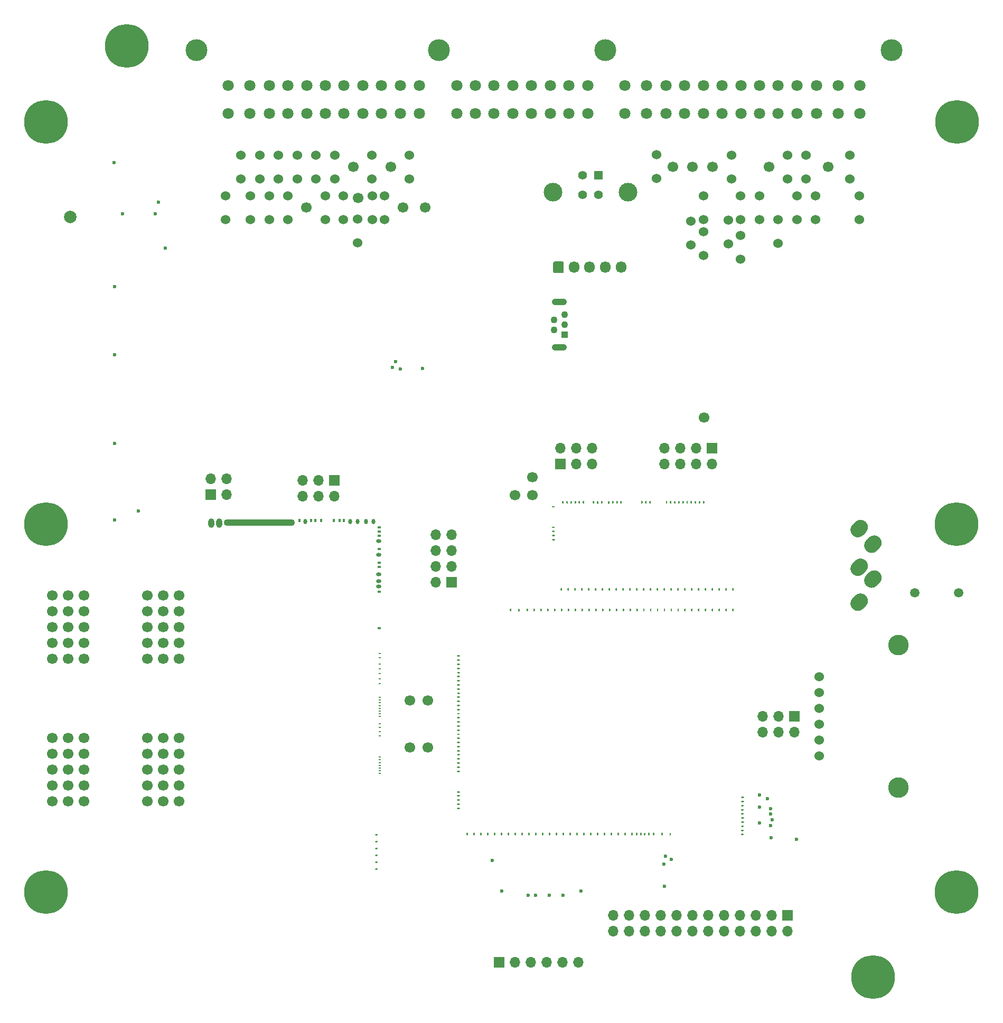
<source format=gbs>
G04 #@! TF.GenerationSoftware,KiCad,Pcbnew,(5.99.0-9713-g2bc22de1a5)*
G04 #@! TF.CreationDate,2021-04-16T09:02:34-04:00*
G04 #@! TF.ProjectId,hellen64_miataNA6_94,68656c6c-656e-4363-945f-6d696174614e,R0.4*
G04 #@! TF.SameCoordinates,PX1406f40PYa852d20*
G04 #@! TF.FileFunction,Soldermask,Bot*
G04 #@! TF.FilePolarity,Negative*
%FSLAX46Y46*%
G04 Gerber Fmt 4.6, Leading zero omitted, Abs format (unit mm)*
G04 Created by KiCad (PCBNEW (5.99.0-9713-g2bc22de1a5)) date 2021-04-16 09:02:34*
%MOMM*%
%LPD*%
G01*
G04 APERTURE LIST*
%ADD10C,0.599999*%
%ADD11C,1.524000*%
%ADD12C,1.700000*%
%ADD13R,1.700000X1.700000*%
%ADD14O,1.700000X1.700000*%
%ADD15O,1.000001X1.500000*%
%ADD16O,11.400000X1.100000*%
%ADD17O,0.399999X0.599999*%
%ADD18O,0.599999X0.800001*%
%ADD19O,0.599999X0.399999*%
%ADD20O,0.800001X0.599999*%
%ADD21O,0.399999X0.200000*%
%ADD22R,1.400000X1.400000*%
%ADD23C,1.400000*%
%ADD24C,3.000000*%
%ADD25C,3.500120*%
%ADD26C,1.800000*%
%ADD27C,7.000000*%
%ADD28R,1.100000X1.100000*%
%ADD29C,1.100000*%
%ADD30O,2.400000X1.100000*%
%ADD31C,3.302000*%
%ADD32C,1.500000*%
%ADD33O,1.700000X1.850000*%
%ADD34C,2.000000*%
G04 APERTURE END LIST*
D10*
G04 #@! TO.C,M4*
X75566855Y23589700D03*
X77141869Y18684691D03*
X89845887Y18693754D03*
X81366859Y18014690D03*
X82541863Y18014690D03*
X84716857Y18014690D03*
X86941859Y18014690D03*
G04 #@! TD*
D11*
G04 #@! TO.C,R32*
X51700700Y126395000D03*
X51700700Y130205000D03*
G04 #@! TD*
D12*
G04 #@! TO.C,P24*
X65210960Y49204880D03*
G04 #@! TD*
G04 #@! TO.C,P47*
X59310960Y134800000D03*
G04 #@! TD*
D13*
G04 #@! TO.C,J10*
X50252360Y84513880D03*
D14*
X50252360Y81973880D03*
X47712360Y84513880D03*
X47712360Y81973880D03*
X45172360Y84513880D03*
X45172360Y81973880D03*
G04 #@! TD*
D12*
G04 #@! TO.C,G4*
X20320000Y55880000D03*
X20320000Y58420000D03*
X20320000Y60960000D03*
X20320000Y63500000D03*
X20320000Y66040000D03*
X22860000Y55880000D03*
X22860000Y58420000D03*
X22860000Y60960000D03*
X22860000Y63500000D03*
X22860000Y66040000D03*
X25400000Y55880000D03*
X25400000Y58420000D03*
X25400000Y60960000D03*
X25400000Y63500000D03*
X25400000Y66040000D03*
G04 #@! TD*
D11*
G04 #@! TO.C,R11*
X115410960Y123795000D03*
X115410960Y119985000D03*
G04 #@! TD*
G04 #@! TO.C,R41*
X36810960Y126395000D03*
X36810960Y130205000D03*
G04 #@! TD*
D15*
G04 #@! TO.C,M5*
X30513317Y77637666D03*
X31769182Y77637666D03*
D16*
X38213317Y77762667D03*
D17*
X44663309Y78062666D03*
D18*
X45638321Y77962661D03*
D17*
X46508078Y78062666D03*
X47238315Y78062666D03*
X48133078Y78062666D03*
X50208078Y78062666D03*
X51108074Y78062666D03*
X51818316Y78062666D03*
D18*
X52838317Y77962666D03*
X54013316Y77962666D03*
X55363315Y77962666D03*
X56538314Y77962666D03*
D19*
X57438315Y77032427D03*
X57438315Y76337668D03*
X57438315Y75657428D03*
D20*
X57343317Y74837666D03*
D19*
X57438315Y73532429D03*
D20*
X57343317Y72562664D03*
D19*
X57438315Y71287666D03*
X57438315Y70637664D03*
D20*
X57343317Y69437664D03*
X57343317Y68362660D03*
X57343317Y67487658D03*
D19*
X57438315Y66662666D03*
X57438315Y60812665D03*
D21*
X57543316Y56757695D03*
X57543316Y56097693D03*
X57543316Y55037665D03*
X57543316Y54333580D03*
X57543316Y53533541D03*
X57543316Y52733502D03*
X57543316Y51937666D03*
X57543316Y49742664D03*
X57543316Y49302665D03*
X57543316Y48862666D03*
X57543316Y48422664D03*
X57543316Y47982665D03*
X57543316Y47542666D03*
X57543316Y47102664D03*
X57543316Y46662665D03*
X57543316Y45537694D03*
X57543316Y44877696D03*
X57543316Y44217694D03*
X57543316Y43557696D03*
X57543316Y40152666D03*
X57543316Y39712667D03*
X57543316Y39272665D03*
X57543316Y38832666D03*
X57543316Y38392667D03*
X57543316Y37952665D03*
X57543316Y37512666D03*
G04 #@! TD*
D11*
G04 #@! TO.C,R36*
X41310960Y132895000D03*
X41310960Y136705000D03*
G04 #@! TD*
D12*
G04 #@! TO.C,P22*
X65210960Y41704880D03*
G04 #@! TD*
D11*
G04 #@! TO.C,R48*
X109410960Y126390000D03*
X109410960Y130200000D03*
G04 #@! TD*
D22*
G04 #@! TO.C,J23*
X92600000Y133500000D03*
D23*
X90100000Y133500000D03*
X90100000Y130300000D03*
X92600000Y130300000D03*
D24*
X97370000Y130790000D03*
X85330000Y130790000D03*
G04 #@! TD*
D11*
G04 #@! TO.C,R24*
X107410960Y122340001D03*
X107410960Y126150001D03*
G04 #@! TD*
G04 #@! TO.C,R33*
X47310960Y132895000D03*
X47310960Y136705000D03*
G04 #@! TD*
G04 #@! TO.C,R42*
X32810960Y126395000D03*
X32810960Y130205000D03*
G04 #@! TD*
D25*
G04 #@! TO.C,P2*
X93728300Y153574420D03*
X139577840Y153574420D03*
X28178520Y153574420D03*
X67027820Y153574420D03*
D26*
X33230580Y143373780D03*
X36728160Y143373780D03*
X39829500Y143373780D03*
X42829240Y143373780D03*
X45828980Y143373780D03*
X48828720Y143373780D03*
X51828460Y143373780D03*
X54828200Y143373780D03*
X57827940Y143373780D03*
X60827680Y143373780D03*
X63929020Y143373780D03*
X33230580Y147874660D03*
X36728160Y147874660D03*
X39829500Y147874660D03*
X42829240Y147874660D03*
X45828980Y147874660D03*
X48828720Y147874660D03*
X51828460Y147874660D03*
X54828200Y147874660D03*
X57827940Y147874660D03*
X60827680Y147874660D03*
X63929020Y147874660D03*
X69877700Y143373780D03*
X72877440Y143373780D03*
X75877180Y143373780D03*
X78876920Y143373780D03*
X81879200Y143373780D03*
X84878940Y143373780D03*
X87878680Y143373780D03*
X90878420Y143373780D03*
X69877700Y147874660D03*
X72877440Y147874660D03*
X75877180Y147874660D03*
X78876920Y147874660D03*
X81879200Y147874660D03*
X84878940Y147874660D03*
X87878680Y147874660D03*
X90878420Y147874660D03*
X96824560Y143373780D03*
X100324680Y143373780D03*
X103428560Y143373780D03*
X106428300Y143373780D03*
X109428040Y143373780D03*
X112427780Y143373780D03*
X115427520Y143373780D03*
X118427260Y143373780D03*
X121427000Y143373780D03*
X124426740Y143373780D03*
X127528080Y143373780D03*
X131028200Y143373780D03*
X134528320Y143373780D03*
X96824560Y147874660D03*
X100324680Y147874660D03*
X103428560Y147874660D03*
X106428300Y147874660D03*
X109428040Y147874660D03*
X112427780Y147874660D03*
X115427520Y147874660D03*
X118427260Y147874660D03*
X121427000Y147874660D03*
X124426740Y147874660D03*
X127528080Y147874660D03*
X131028200Y147874660D03*
X134528320Y147874660D03*
G04 #@! TD*
D12*
G04 #@! TO.C,P56*
X104510960Y134795000D03*
G04 #@! TD*
D27*
G04 #@! TO.C,J18*
X4000000Y142000000D03*
G04 #@! TD*
D12*
G04 #@! TO.C,P52*
X129410960Y134795000D03*
G04 #@! TD*
G04 #@! TO.C,P26*
X79200700Y82200880D03*
G04 #@! TD*
D11*
G04 #@! TO.C,R43*
X122910960Y132890000D03*
X122910960Y136700000D03*
G04 #@! TD*
D28*
G04 #@! TO.C,J1*
X87200000Y107900000D03*
D29*
X85450000Y108700000D03*
X87200000Y109500000D03*
X85450000Y110300000D03*
X87200000Y111100000D03*
D30*
X86325000Y105850000D03*
X86325000Y113150000D03*
G04 #@! TD*
D13*
G04 #@! TO.C,J9*
X69029360Y68204880D03*
D14*
X66489360Y68204880D03*
X69029360Y70744880D03*
X66489360Y70744880D03*
X69029360Y73284880D03*
X66489360Y73284880D03*
X69029360Y75824880D03*
X66489360Y75824880D03*
G04 #@! TD*
D13*
G04 #@! TO.C,J7*
X30477360Y82238880D03*
D14*
X30477360Y84778880D03*
X33017360Y82238880D03*
X33017360Y84778880D03*
G04 #@! TD*
D11*
G04 #@! TO.C,R45*
X118410960Y126390000D03*
X118410960Y130200000D03*
G04 #@! TD*
D10*
G04 #@! TO.C,M8*
X59557362Y102669562D03*
X60082362Y103544564D03*
X60832360Y102369560D03*
X64382361Y102444563D03*
G04 #@! TD*
D13*
G04 #@! TO.C,J8*
X86511360Y87200880D03*
D14*
X86511360Y89740880D03*
X89051360Y87200880D03*
X89051360Y89740880D03*
X91591360Y87200880D03*
X91591360Y89740880D03*
G04 #@! TD*
D31*
G04 #@! TO.C,U2*
X140700000Y58085000D03*
X140700000Y35225000D03*
D11*
X128000000Y53005000D03*
X128000000Y50465000D03*
X128000000Y47925000D03*
X128000000Y45385000D03*
X128000000Y42845000D03*
X128000000Y40305000D03*
G04 #@! TD*
G04 #@! TO.C,R17*
X125910960Y132890000D03*
X125910960Y136700000D03*
G04 #@! TD*
D13*
G04 #@! TO.C,J6*
X110811360Y89740880D03*
D14*
X110811360Y87200880D03*
X108271360Y89740880D03*
X108271360Y87200880D03*
X105731360Y89740880D03*
X105731360Y87200880D03*
X103191360Y89740880D03*
X103191360Y87200880D03*
G04 #@! TD*
D12*
G04 #@! TO.C,G6*
X5080000Y55880000D03*
X5080000Y58420000D03*
X5080000Y60960000D03*
X5080000Y63500000D03*
X5080000Y66040000D03*
X7620000Y55880000D03*
X7620000Y58420000D03*
X7620000Y60960000D03*
X7620000Y63500000D03*
X7620000Y66040000D03*
X10160000Y55880000D03*
X10160000Y58420000D03*
X10160000Y60960000D03*
X10160000Y63500000D03*
X10160000Y66040000D03*
G04 #@! TD*
G04 #@! TO.C,P55*
X107710560Y134794120D03*
G04 #@! TD*
D13*
G04 #@! TO.C,J3*
X76679360Y7204880D03*
D14*
X79219360Y7204880D03*
X81759360Y7204880D03*
X84299360Y7204880D03*
X86839360Y7204880D03*
X89379360Y7204880D03*
G04 #@! TD*
D13*
G04 #@! TO.C,J5*
X124029360Y46704880D03*
D14*
X124029360Y44164880D03*
X121489360Y46704880D03*
X121489360Y44164880D03*
X118949360Y46704880D03*
X118949360Y44164880D03*
G04 #@! TD*
D11*
G04 #@! TO.C,R29*
X56310960Y132895000D03*
X56310960Y136705000D03*
G04 #@! TD*
D12*
G04 #@! TO.C,P50*
X54060960Y129800880D03*
G04 #@! TD*
D11*
G04 #@! TO.C,R40*
X35310960Y132895000D03*
X35310960Y136705000D03*
G04 #@! TD*
D27*
G04 #@! TO.C,J13*
X4000000Y18500000D03*
G04 #@! TD*
G04 #@! TO.C,M7*
G36*
G01*
X56902364Y27838876D02*
X57152362Y27838876D01*
G75*
G02*
X57277362Y27713876I0J-125000D01*
G01*
X57277362Y27713876D01*
G75*
G02*
X57152362Y27588876I-125000J0D01*
G01*
X56902364Y27588876D01*
G75*
G02*
X56777364Y27713876I0J125000D01*
G01*
X56777364Y27713876D01*
G75*
G02*
X56902364Y27838876I125000J0D01*
G01*
G37*
G36*
G01*
X56902364Y26738878D02*
X57152362Y26738878D01*
G75*
G02*
X57277362Y26613878I0J-125000D01*
G01*
X57277362Y26613878D01*
G75*
G02*
X57152362Y26488878I-125000J0D01*
G01*
X56902364Y26488878D01*
G75*
G02*
X56777364Y26613878I0J125000D01*
G01*
X56777364Y26613878D01*
G75*
G02*
X56902364Y26738878I125000J0D01*
G01*
G37*
G36*
G01*
X56902364Y25638880D02*
X57152362Y25638880D01*
G75*
G02*
X57277362Y25513880I0J-125000D01*
G01*
X57277362Y25513880D01*
G75*
G02*
X57152362Y25388880I-125000J0D01*
G01*
X56902364Y25388880D01*
G75*
G02*
X56777364Y25513880I0J125000D01*
G01*
X56777364Y25513880D01*
G75*
G02*
X56902364Y25638880I125000J0D01*
G01*
G37*
G36*
G01*
X56902364Y24538882D02*
X57152362Y24538882D01*
G75*
G02*
X57277362Y24413882I0J-125000D01*
G01*
X57277362Y24413882D01*
G75*
G02*
X57152362Y24288882I-125000J0D01*
G01*
X56902364Y24288882D01*
G75*
G02*
X56777364Y24413882I0J125000D01*
G01*
X56777364Y24413882D01*
G75*
G02*
X56902364Y24538882I125000J0D01*
G01*
G37*
G36*
G01*
X56902364Y23438884D02*
X57152362Y23438884D01*
G75*
G02*
X57277362Y23313884I0J-125000D01*
G01*
X57277362Y23313884D01*
G75*
G02*
X57152362Y23188884I-125000J0D01*
G01*
X56902364Y23188884D01*
G75*
G02*
X56777364Y23313884I0J125000D01*
G01*
X56777364Y23313884D01*
G75*
G02*
X56902364Y23438884I125000J0D01*
G01*
G37*
G36*
G01*
X56902364Y22338887D02*
X57152362Y22338887D01*
G75*
G02*
X57277362Y22213887I0J-125000D01*
G01*
X57277362Y22213887D01*
G75*
G02*
X57152362Y22088887I-125000J0D01*
G01*
X56902364Y22088887D01*
G75*
G02*
X56777364Y22213887I0J125000D01*
G01*
X56777364Y22213887D01*
G75*
G02*
X56902364Y22338887I125000J0D01*
G01*
G37*
G04 #@! TD*
D12*
G04 #@! TO.C,P28*
X82011360Y82200880D03*
G04 #@! TD*
D27*
G04 #@! TO.C,J12*
X4000000Y77500000D03*
G04 #@! TD*
D12*
G04 #@! TO.C,P54*
X110910960Y134795000D03*
G04 #@! TD*
G04 #@! TO.C,M1*
G36*
G01*
X85260958Y75146477D02*
X85510958Y75146477D01*
G75*
G02*
X85635958Y75021477I0J-125000D01*
G01*
X85635958Y75021477D01*
G75*
G02*
X85510958Y74896477I-125000J0D01*
G01*
X85260958Y74896477D01*
G75*
G02*
X85135958Y75021477I0J125000D01*
G01*
X85135958Y75021477D01*
G75*
G02*
X85260958Y75146477I125000J0D01*
G01*
G37*
G36*
G01*
X85260958Y75806478D02*
X85510958Y75806478D01*
G75*
G02*
X85635958Y75681478I0J-125000D01*
G01*
X85635958Y75681478D01*
G75*
G02*
X85510958Y75556478I-125000J0D01*
G01*
X85260958Y75556478D01*
G75*
G02*
X85135958Y75681478I0J125000D01*
G01*
X85135958Y75681478D01*
G75*
G02*
X85260958Y75806478I125000J0D01*
G01*
G37*
G36*
G01*
X85260958Y76466479D02*
X85510958Y76466479D01*
G75*
G02*
X85635958Y76341479I0J-125000D01*
G01*
X85635958Y76341479D01*
G75*
G02*
X85510958Y76216479I-125000J0D01*
G01*
X85260958Y76216479D01*
G75*
G02*
X85135958Y76341479I0J125000D01*
G01*
X85135958Y76341479D01*
G75*
G02*
X85260958Y76466479I125000J0D01*
G01*
G37*
G36*
G01*
X85260958Y77126480D02*
X85510958Y77126480D01*
G75*
G02*
X85635958Y77001480I0J-125000D01*
G01*
X85635958Y77001480D01*
G75*
G02*
X85510958Y76876480I-125000J0D01*
G01*
X85260958Y76876480D01*
G75*
G02*
X85135958Y77001480I0J125000D01*
G01*
X85135958Y77001480D01*
G75*
G02*
X85260958Y77126480I125000J0D01*
G01*
G37*
G36*
G01*
X85260958Y80426487D02*
X85510958Y80426487D01*
G75*
G02*
X85635958Y80301487I0J-125000D01*
G01*
X85635958Y80301487D01*
G75*
G02*
X85510958Y80176487I-125000J0D01*
G01*
X85260958Y80176487D01*
G75*
G02*
X85135958Y80301487I0J125000D01*
G01*
X85135958Y80301487D01*
G75*
G02*
X85260958Y80426487I125000J0D01*
G01*
G37*
G36*
G01*
X114030960Y66927684D02*
X114030960Y67177684D01*
G75*
G02*
X114155960Y67302684I125000J0D01*
G01*
X114155960Y67302684D01*
G75*
G02*
X114280960Y67177684I0J-125000D01*
G01*
X114280960Y66927684D01*
G75*
G02*
X114155960Y66802684I-125000J0D01*
G01*
X114155960Y66802684D01*
G75*
G02*
X114030960Y66927684I0J125000D01*
G01*
G37*
G36*
G01*
X113180956Y67177684D02*
X113180956Y66927684D01*
G75*
G02*
X113055956Y66802684I-125000J0D01*
G01*
X113055956Y66802684D01*
G75*
G02*
X112930956Y66927684I0J125000D01*
G01*
X112930956Y67177684D01*
G75*
G02*
X113055956Y67302684I125000J0D01*
G01*
X113055956Y67302684D01*
G75*
G02*
X113180956Y67177684I0J-125000D01*
G01*
G37*
G36*
G01*
X112080955Y67177684D02*
X112080955Y66927684D01*
G75*
G02*
X111955955Y66802684I-125000J0D01*
G01*
X111955955Y66802684D01*
G75*
G02*
X111830955Y66927684I0J125000D01*
G01*
X111830955Y67177684D01*
G75*
G02*
X111955955Y67302684I125000J0D01*
G01*
X111955955Y67302684D01*
G75*
G02*
X112080955Y67177684I0J-125000D01*
G01*
G37*
G36*
G01*
X110980958Y67177684D02*
X110980958Y66927684D01*
G75*
G02*
X110855958Y66802684I-125000J0D01*
G01*
X110855958Y66802684D01*
G75*
G02*
X110730958Y66927684I0J125000D01*
G01*
X110730958Y67177684D01*
G75*
G02*
X110855958Y67302684I125000J0D01*
G01*
X110855958Y67302684D01*
G75*
G02*
X110980958Y67177684I0J-125000D01*
G01*
G37*
G36*
G01*
X109880960Y67177684D02*
X109880960Y66927684D01*
G75*
G02*
X109755960Y66802684I-125000J0D01*
G01*
X109755960Y66802684D01*
G75*
G02*
X109630960Y66927684I0J125000D01*
G01*
X109630960Y67177684D01*
G75*
G02*
X109755960Y67302684I125000J0D01*
G01*
X109755960Y67302684D01*
G75*
G02*
X109880960Y67177684I0J-125000D01*
G01*
G37*
G36*
G01*
X108780962Y67177684D02*
X108780962Y66927684D01*
G75*
G02*
X108655962Y66802684I-125000J0D01*
G01*
X108655962Y66802684D01*
G75*
G02*
X108530962Y66927684I0J125000D01*
G01*
X108530962Y67177684D01*
G75*
G02*
X108655962Y67302684I125000J0D01*
G01*
X108655962Y67302684D01*
G75*
G02*
X108780962Y67177684I0J-125000D01*
G01*
G37*
G36*
G01*
X107680964Y67177684D02*
X107680964Y66927684D01*
G75*
G02*
X107555964Y66802684I-125000J0D01*
G01*
X107555964Y66802684D01*
G75*
G02*
X107430964Y66927684I0J125000D01*
G01*
X107430964Y67177684D01*
G75*
G02*
X107555964Y67302684I125000J0D01*
G01*
X107555964Y67302684D01*
G75*
G02*
X107680964Y67177684I0J-125000D01*
G01*
G37*
G36*
G01*
X106580966Y67177684D02*
X106580966Y66927684D01*
G75*
G02*
X106455966Y66802684I-125000J0D01*
G01*
X106455966Y66802684D01*
G75*
G02*
X106330966Y66927684I0J125000D01*
G01*
X106330966Y67177684D01*
G75*
G02*
X106455966Y67302684I125000J0D01*
G01*
X106455966Y67302684D01*
G75*
G02*
X106580966Y67177684I0J-125000D01*
G01*
G37*
G36*
G01*
X105480969Y67177684D02*
X105480969Y66927684D01*
G75*
G02*
X105355969Y66802684I-125000J0D01*
G01*
X105355969Y66802684D01*
G75*
G02*
X105230969Y66927684I0J125000D01*
G01*
X105230969Y67177684D01*
G75*
G02*
X105355969Y67302684I125000J0D01*
G01*
X105355969Y67302684D01*
G75*
G02*
X105480969Y67177684I0J-125000D01*
G01*
G37*
G36*
G01*
X104380971Y67177684D02*
X104380971Y66927684D01*
G75*
G02*
X104255971Y66802684I-125000J0D01*
G01*
X104255971Y66802684D01*
G75*
G02*
X104130971Y66927684I0J125000D01*
G01*
X104130971Y67177684D01*
G75*
G02*
X104255971Y67302684I125000J0D01*
G01*
X104255971Y67302684D01*
G75*
G02*
X104380971Y67177684I0J-125000D01*
G01*
G37*
G36*
G01*
X103280973Y67177684D02*
X103280973Y66927684D01*
G75*
G02*
X103155973Y66802684I-125000J0D01*
G01*
X103155973Y66802684D01*
G75*
G02*
X103030973Y66927684I0J125000D01*
G01*
X103030973Y67177684D01*
G75*
G02*
X103155973Y67302684I125000J0D01*
G01*
X103155973Y67302684D01*
G75*
G02*
X103280973Y67177684I0J-125000D01*
G01*
G37*
G36*
G01*
X102180975Y67177684D02*
X102180975Y66927684D01*
G75*
G02*
X102055975Y66802684I-125000J0D01*
G01*
X102055975Y66802684D01*
G75*
G02*
X101930975Y66927684I0J125000D01*
G01*
X101930975Y67177684D01*
G75*
G02*
X102055975Y67302684I125000J0D01*
G01*
X102055975Y67302684D01*
G75*
G02*
X102180975Y67177684I0J-125000D01*
G01*
G37*
G36*
G01*
X101080977Y67177684D02*
X101080977Y66927684D01*
G75*
G02*
X100955977Y66802684I-125000J0D01*
G01*
X100955977Y66802684D01*
G75*
G02*
X100830977Y66927684I0J125000D01*
G01*
X100830977Y67177684D01*
G75*
G02*
X100955977Y67302684I125000J0D01*
G01*
X100955977Y67302684D01*
G75*
G02*
X101080977Y67177684I0J-125000D01*
G01*
G37*
G36*
G01*
X99980980Y67177684D02*
X99980980Y66927684D01*
G75*
G02*
X99855980Y66802684I-125000J0D01*
G01*
X99855980Y66802684D01*
G75*
G02*
X99730980Y66927684I0J125000D01*
G01*
X99730980Y67177684D01*
G75*
G02*
X99855980Y67302684I125000J0D01*
G01*
X99855980Y67302684D01*
G75*
G02*
X99980980Y67177684I0J-125000D01*
G01*
G37*
G36*
G01*
X98880982Y67177684D02*
X98880982Y66927684D01*
G75*
G02*
X98755982Y66802684I-125000J0D01*
G01*
X98755982Y66802684D01*
G75*
G02*
X98630982Y66927684I0J125000D01*
G01*
X98630982Y67177684D01*
G75*
G02*
X98755982Y67302684I125000J0D01*
G01*
X98755982Y67302684D01*
G75*
G02*
X98880982Y67177684I0J-125000D01*
G01*
G37*
G36*
G01*
X97780984Y67177684D02*
X97780984Y66927684D01*
G75*
G02*
X97655984Y66802684I-125000J0D01*
G01*
X97655984Y66802684D01*
G75*
G02*
X97530984Y66927684I0J125000D01*
G01*
X97530984Y67177684D01*
G75*
G02*
X97655984Y67302684I125000J0D01*
G01*
X97655984Y67302684D01*
G75*
G02*
X97780984Y67177684I0J-125000D01*
G01*
G37*
G36*
G01*
X96680986Y67177684D02*
X96680986Y66927684D01*
G75*
G02*
X96555986Y66802684I-125000J0D01*
G01*
X96555986Y66802684D01*
G75*
G02*
X96430986Y66927684I0J125000D01*
G01*
X96430986Y67177684D01*
G75*
G02*
X96555986Y67302684I125000J0D01*
G01*
X96555986Y67302684D01*
G75*
G02*
X96680986Y67177684I0J-125000D01*
G01*
G37*
G36*
G01*
X95580988Y67177684D02*
X95580988Y66927684D01*
G75*
G02*
X95455988Y66802684I-125000J0D01*
G01*
X95455988Y66802684D01*
G75*
G02*
X95330988Y66927684I0J125000D01*
G01*
X95330988Y67177684D01*
G75*
G02*
X95455988Y67302684I125000J0D01*
G01*
X95455988Y67302684D01*
G75*
G02*
X95580988Y67177684I0J-125000D01*
G01*
G37*
G36*
G01*
X94480991Y67177684D02*
X94480991Y66927684D01*
G75*
G02*
X94355991Y66802684I-125000J0D01*
G01*
X94355991Y66802684D01*
G75*
G02*
X94230991Y66927684I0J125000D01*
G01*
X94230991Y67177684D01*
G75*
G02*
X94355991Y67302684I125000J0D01*
G01*
X94355991Y67302684D01*
G75*
G02*
X94480991Y67177684I0J-125000D01*
G01*
G37*
G36*
G01*
X93380993Y67177684D02*
X93380993Y66927684D01*
G75*
G02*
X93255993Y66802684I-125000J0D01*
G01*
X93255993Y66802684D01*
G75*
G02*
X93130993Y66927684I0J125000D01*
G01*
X93130993Y67177684D01*
G75*
G02*
X93255993Y67302684I125000J0D01*
G01*
X93255993Y67302684D01*
G75*
G02*
X93380993Y67177684I0J-125000D01*
G01*
G37*
G36*
G01*
X92280995Y67177684D02*
X92280995Y66927684D01*
G75*
G02*
X92155995Y66802684I-125000J0D01*
G01*
X92155995Y66802684D01*
G75*
G02*
X92030995Y66927684I0J125000D01*
G01*
X92030995Y67177684D01*
G75*
G02*
X92155995Y67302684I125000J0D01*
G01*
X92155995Y67302684D01*
G75*
G02*
X92280995Y67177684I0J-125000D01*
G01*
G37*
G36*
G01*
X91180997Y67177684D02*
X91180997Y66927684D01*
G75*
G02*
X91055997Y66802684I-125000J0D01*
G01*
X91055997Y66802684D01*
G75*
G02*
X90930997Y66927684I0J125000D01*
G01*
X90930997Y67177684D01*
G75*
G02*
X91055997Y67302684I125000J0D01*
G01*
X91055997Y67302684D01*
G75*
G02*
X91180997Y67177684I0J-125000D01*
G01*
G37*
G36*
G01*
X90080999Y67177684D02*
X90080999Y66927684D01*
G75*
G02*
X89955999Y66802684I-125000J0D01*
G01*
X89955999Y66802684D01*
G75*
G02*
X89830999Y66927684I0J125000D01*
G01*
X89830999Y67177684D01*
G75*
G02*
X89955999Y67302684I125000J0D01*
G01*
X89955999Y67302684D01*
G75*
G02*
X90080999Y67177684I0J-125000D01*
G01*
G37*
G36*
G01*
X88981002Y67177684D02*
X88981002Y66927684D01*
G75*
G02*
X88856002Y66802684I-125000J0D01*
G01*
X88856002Y66802684D01*
G75*
G02*
X88731002Y66927684I0J125000D01*
G01*
X88731002Y67177684D01*
G75*
G02*
X88856002Y67302684I125000J0D01*
G01*
X88856002Y67302684D01*
G75*
G02*
X88981002Y67177684I0J-125000D01*
G01*
G37*
G36*
G01*
X87881004Y67177684D02*
X87881004Y66927684D01*
G75*
G02*
X87756004Y66802684I-125000J0D01*
G01*
X87756004Y66802684D01*
G75*
G02*
X87631004Y66927684I0J125000D01*
G01*
X87631004Y67177684D01*
G75*
G02*
X87756004Y67302684I125000J0D01*
G01*
X87756004Y67302684D01*
G75*
G02*
X87881004Y67177684I0J-125000D01*
G01*
G37*
G36*
G01*
X86781006Y67177684D02*
X86781006Y66927684D01*
G75*
G02*
X86656006Y66802684I-125000J0D01*
G01*
X86656006Y66802684D01*
G75*
G02*
X86531006Y66927684I0J125000D01*
G01*
X86531006Y67177684D01*
G75*
G02*
X86656006Y67302684I125000J0D01*
G01*
X86656006Y67302684D01*
G75*
G02*
X86781006Y67177684I0J-125000D01*
G01*
G37*
G36*
G01*
X87031950Y81139683D02*
X87031950Y80889683D01*
G75*
G02*
X86906950Y80764683I-125000J0D01*
G01*
X86906950Y80764683D01*
G75*
G02*
X86781950Y80889683I0J125000D01*
G01*
X86781950Y81139683D01*
G75*
G02*
X86906950Y81264683I125000J0D01*
G01*
X86906950Y81264683D01*
G75*
G02*
X87031950Y81139683I0J-125000D01*
G01*
G37*
G36*
G01*
X87691952Y81139683D02*
X87691952Y80889683D01*
G75*
G02*
X87566952Y80764683I-125000J0D01*
G01*
X87566952Y80764683D01*
G75*
G02*
X87441952Y80889683I0J125000D01*
G01*
X87441952Y81139683D01*
G75*
G02*
X87566952Y81264683I125000J0D01*
G01*
X87566952Y81264683D01*
G75*
G02*
X87691952Y81139683I0J-125000D01*
G01*
G37*
G36*
G01*
X88351953Y81139683D02*
X88351953Y80889683D01*
G75*
G02*
X88226953Y80764683I-125000J0D01*
G01*
X88226953Y80764683D01*
G75*
G02*
X88101953Y80889683I0J125000D01*
G01*
X88101953Y81139683D01*
G75*
G02*
X88226953Y81264683I125000J0D01*
G01*
X88226953Y81264683D01*
G75*
G02*
X88351953Y81139683I0J-125000D01*
G01*
G37*
G36*
G01*
X89011954Y81139683D02*
X89011954Y80889683D01*
G75*
G02*
X88886954Y80764683I-125000J0D01*
G01*
X88886954Y80764683D01*
G75*
G02*
X88761954Y80889683I0J125000D01*
G01*
X88761954Y81139683D01*
G75*
G02*
X88886954Y81264683I125000J0D01*
G01*
X88886954Y81264683D01*
G75*
G02*
X89011954Y81139683I0J-125000D01*
G01*
G37*
G36*
G01*
X89671955Y81139683D02*
X89671955Y80889683D01*
G75*
G02*
X89546955Y80764683I-125000J0D01*
G01*
X89546955Y80764683D01*
G75*
G02*
X89421955Y80889683I0J125000D01*
G01*
X89421955Y81139683D01*
G75*
G02*
X89546955Y81264683I125000J0D01*
G01*
X89546955Y81264683D01*
G75*
G02*
X89671955Y81139683I0J-125000D01*
G01*
G37*
G36*
G01*
X90331957Y81139683D02*
X90331957Y80889683D01*
G75*
G02*
X90206957Y80764683I-125000J0D01*
G01*
X90206957Y80764683D01*
G75*
G02*
X90081957Y80889683I0J125000D01*
G01*
X90081957Y81139683D01*
G75*
G02*
X90206957Y81264683I125000J0D01*
G01*
X90206957Y81264683D01*
G75*
G02*
X90331957Y81139683I0J-125000D01*
G01*
G37*
G36*
G01*
X91932954Y81139683D02*
X91932954Y80889683D01*
G75*
G02*
X91807954Y80764683I-125000J0D01*
G01*
X91807954Y80764683D01*
G75*
G02*
X91682954Y80889683I0J125000D01*
G01*
X91682954Y81139683D01*
G75*
G02*
X91807954Y81264683I125000J0D01*
G01*
X91807954Y81264683D01*
G75*
G02*
X91932954Y81139683I0J-125000D01*
G01*
G37*
G36*
G01*
X92592955Y81139683D02*
X92592955Y80889683D01*
G75*
G02*
X92467955Y80764683I-125000J0D01*
G01*
X92467955Y80764683D01*
G75*
G02*
X92342955Y80889683I0J125000D01*
G01*
X92342955Y81139683D01*
G75*
G02*
X92467955Y81264683I125000J0D01*
G01*
X92467955Y81264683D01*
G75*
G02*
X92592955Y81139683I0J-125000D01*
G01*
G37*
G36*
G01*
X93252957Y81139683D02*
X93252957Y80889683D01*
G75*
G02*
X93127957Y80764683I-125000J0D01*
G01*
X93127957Y80764683D01*
G75*
G02*
X93002957Y80889683I0J125000D01*
G01*
X93002957Y81139683D01*
G75*
G02*
X93127957Y81264683I125000J0D01*
G01*
X93127957Y81264683D01*
G75*
G02*
X93252957Y81139683I0J-125000D01*
G01*
G37*
G36*
G01*
X94373856Y81139683D02*
X94373856Y80889683D01*
G75*
G02*
X94248856Y80764683I-125000J0D01*
G01*
X94248856Y80764683D01*
G75*
G02*
X94123856Y80889683I0J125000D01*
G01*
X94123856Y81139683D01*
G75*
G02*
X94248856Y81264683I125000J0D01*
G01*
X94248856Y81264683D01*
G75*
G02*
X94373856Y81139683I0J-125000D01*
G01*
G37*
G36*
G01*
X95033857Y81139683D02*
X95033857Y80889683D01*
G75*
G02*
X94908857Y80764683I-125000J0D01*
G01*
X94908857Y80764683D01*
G75*
G02*
X94783857Y80889683I0J125000D01*
G01*
X94783857Y81139683D01*
G75*
G02*
X94908857Y81264683I125000J0D01*
G01*
X94908857Y81264683D01*
G75*
G02*
X95033857Y81139683I0J-125000D01*
G01*
G37*
G36*
G01*
X95693858Y81139683D02*
X95693858Y80889683D01*
G75*
G02*
X95568858Y80764683I-125000J0D01*
G01*
X95568858Y80764683D01*
G75*
G02*
X95443858Y80889683I0J125000D01*
G01*
X95443858Y81139683D01*
G75*
G02*
X95568858Y81264683I125000J0D01*
G01*
X95568858Y81264683D01*
G75*
G02*
X95693858Y81139683I0J-125000D01*
G01*
G37*
G36*
G01*
X96353860Y81139683D02*
X96353860Y80889683D01*
G75*
G02*
X96228860Y80764683I-125000J0D01*
G01*
X96228860Y80764683D01*
G75*
G02*
X96103860Y80889683I0J125000D01*
G01*
X96103860Y81139683D01*
G75*
G02*
X96228860Y81264683I125000J0D01*
G01*
X96228860Y81264683D01*
G75*
G02*
X96353860Y81139683I0J-125000D01*
G01*
G37*
G36*
G01*
X99679954Y81139683D02*
X99679954Y80889683D01*
G75*
G02*
X99554954Y80764683I-125000J0D01*
G01*
X99554954Y80764683D01*
G75*
G02*
X99429954Y80889683I0J125000D01*
G01*
X99429954Y81139683D01*
G75*
G02*
X99554954Y81264683I125000J0D01*
G01*
X99554954Y81264683D01*
G75*
G02*
X99679954Y81139683I0J-125000D01*
G01*
G37*
G36*
G01*
X100339955Y81139683D02*
X100339955Y80889683D01*
G75*
G02*
X100214955Y80764683I-125000J0D01*
G01*
X100214955Y80764683D01*
G75*
G02*
X100089955Y80889683I0J125000D01*
G01*
X100089955Y81139683D01*
G75*
G02*
X100214955Y81264683I125000J0D01*
G01*
X100214955Y81264683D01*
G75*
G02*
X100339955Y81139683I0J-125000D01*
G01*
G37*
G36*
G01*
X100999957Y81139683D02*
X100999957Y80889683D01*
G75*
G02*
X100874957Y80764683I-125000J0D01*
G01*
X100874957Y80764683D01*
G75*
G02*
X100749957Y80889683I0J125000D01*
G01*
X100749957Y81139683D01*
G75*
G02*
X100874957Y81264683I125000J0D01*
G01*
X100874957Y81264683D01*
G75*
G02*
X100999957Y81139683I0J-125000D01*
G01*
G37*
G36*
G01*
X103645948Y81139683D02*
X103645948Y80889683D01*
G75*
G02*
X103520948Y80764683I-125000J0D01*
G01*
X103520948Y80764683D01*
G75*
G02*
X103395948Y80889683I0J125000D01*
G01*
X103395948Y81139683D01*
G75*
G02*
X103520948Y81264683I125000J0D01*
G01*
X103520948Y81264683D01*
G75*
G02*
X103645948Y81139683I0J-125000D01*
G01*
G37*
G36*
G01*
X104305949Y81139683D02*
X104305949Y80889683D01*
G75*
G02*
X104180949Y80764683I-125000J0D01*
G01*
X104180949Y80764683D01*
G75*
G02*
X104055949Y80889683I0J125000D01*
G01*
X104055949Y81139683D01*
G75*
G02*
X104180949Y81264683I125000J0D01*
G01*
X104180949Y81264683D01*
G75*
G02*
X104305949Y81139683I0J-125000D01*
G01*
G37*
G36*
G01*
X104965951Y81139683D02*
X104965951Y80889683D01*
G75*
G02*
X104840951Y80764683I-125000J0D01*
G01*
X104840951Y80764683D01*
G75*
G02*
X104715951Y80889683I0J125000D01*
G01*
X104715951Y81139683D01*
G75*
G02*
X104840951Y81264683I125000J0D01*
G01*
X104840951Y81264683D01*
G75*
G02*
X104965951Y81139683I0J-125000D01*
G01*
G37*
G36*
G01*
X105625952Y81139683D02*
X105625952Y80889683D01*
G75*
G02*
X105500952Y80764683I-125000J0D01*
G01*
X105500952Y80764683D01*
G75*
G02*
X105375952Y80889683I0J125000D01*
G01*
X105375952Y81139683D01*
G75*
G02*
X105500952Y81264683I125000J0D01*
G01*
X105500952Y81264683D01*
G75*
G02*
X105625952Y81139683I0J-125000D01*
G01*
G37*
G36*
G01*
X106285953Y81139683D02*
X106285953Y80889683D01*
G75*
G02*
X106160953Y80764683I-125000J0D01*
G01*
X106160953Y80764683D01*
G75*
G02*
X106035953Y80889683I0J125000D01*
G01*
X106035953Y81139683D01*
G75*
G02*
X106160953Y81264683I125000J0D01*
G01*
X106160953Y81264683D01*
G75*
G02*
X106285953Y81139683I0J-125000D01*
G01*
G37*
G36*
G01*
X106945954Y81139683D02*
X106945954Y80889683D01*
G75*
G02*
X106820954Y80764683I-125000J0D01*
G01*
X106820954Y80764683D01*
G75*
G02*
X106695954Y80889683I0J125000D01*
G01*
X106695954Y81139683D01*
G75*
G02*
X106820954Y81264683I125000J0D01*
G01*
X106820954Y81264683D01*
G75*
G02*
X106945954Y81139683I0J-125000D01*
G01*
G37*
G36*
G01*
X107605956Y81139683D02*
X107605956Y80889683D01*
G75*
G02*
X107480956Y80764683I-125000J0D01*
G01*
X107480956Y80764683D01*
G75*
G02*
X107355956Y80889683I0J125000D01*
G01*
X107355956Y81139683D01*
G75*
G02*
X107480956Y81264683I125000J0D01*
G01*
X107480956Y81264683D01*
G75*
G02*
X107605956Y81139683I0J-125000D01*
G01*
G37*
G36*
G01*
X108265957Y81139683D02*
X108265957Y80889683D01*
G75*
G02*
X108140957Y80764683I-125000J0D01*
G01*
X108140957Y80764683D01*
G75*
G02*
X108015957Y80889683I0J125000D01*
G01*
X108015957Y81139683D01*
G75*
G02*
X108140957Y81264683I125000J0D01*
G01*
X108140957Y81264683D01*
G75*
G02*
X108265957Y81139683I0J-125000D01*
G01*
G37*
G36*
G01*
X108925958Y81139683D02*
X108925958Y80889683D01*
G75*
G02*
X108800958Y80764683I-125000J0D01*
G01*
X108800958Y80764683D01*
G75*
G02*
X108675958Y80889683I0J125000D01*
G01*
X108675958Y81139683D01*
G75*
G02*
X108800958Y81264683I125000J0D01*
G01*
X108800958Y81264683D01*
G75*
G02*
X108925958Y81139683I0J-125000D01*
G01*
G37*
G36*
G01*
X109585960Y81139683D02*
X109585960Y80889683D01*
G75*
G02*
X109460960Y80764683I-125000J0D01*
G01*
X109460960Y80764683D01*
G75*
G02*
X109335960Y80889683I0J125000D01*
G01*
X109335960Y81139683D01*
G75*
G02*
X109460960Y81264683I125000J0D01*
G01*
X109460960Y81264683D01*
G75*
G02*
X109585960Y81139683I0J-125000D01*
G01*
G37*
G04 #@! TD*
D32*
G04 #@! TO.C,J26*
X150345000Y66500000D03*
X143345000Y66500000D03*
G04 #@! TD*
D11*
G04 #@! TO.C,R38*
X38310960Y132895000D03*
X38310960Y136705000D03*
G04 #@! TD*
G04 #@! TO.C,R18*
X121400000Y122544979D03*
X121400000Y126354979D03*
G04 #@! TD*
G04 #@! TO.C,R44*
X124410960Y126390000D03*
X124410960Y130200000D03*
G04 #@! TD*
G04 #@! TO.C,M3*
G36*
G01*
X70039863Y32058505D02*
X70289863Y32058505D01*
G75*
G02*
X70414863Y31933505I0J-125000D01*
G01*
X70414863Y31933505D01*
G75*
G02*
X70289863Y31808505I-125000J0D01*
G01*
X70039863Y31808505D01*
G75*
G02*
X69914863Y31933505I0J125000D01*
G01*
X69914863Y31933505D01*
G75*
G02*
X70039863Y32058505I125000J0D01*
G01*
G37*
G36*
G01*
X70289863Y32468503D02*
X70039863Y32468503D01*
G75*
G02*
X69914863Y32593503I0J125000D01*
G01*
X69914863Y32593503D01*
G75*
G02*
X70039863Y32718503I125000J0D01*
G01*
X70289863Y32718503D01*
G75*
G02*
X70414863Y32593503I0J-125000D01*
G01*
X70414863Y32593503D01*
G75*
G02*
X70289863Y32468503I-125000J0D01*
G01*
G37*
G36*
G01*
X70289863Y33128508D02*
X70039863Y33128508D01*
G75*
G02*
X69914863Y33253508I0J125000D01*
G01*
X69914863Y33253508D01*
G75*
G02*
X70039863Y33378508I125000J0D01*
G01*
X70289863Y33378508D01*
G75*
G02*
X70414863Y33253508I0J-125000D01*
G01*
X70414863Y33253508D01*
G75*
G02*
X70289863Y33128508I-125000J0D01*
G01*
G37*
G36*
G01*
X70289863Y33788503D02*
X70039863Y33788503D01*
G75*
G02*
X69914863Y33913503I0J125000D01*
G01*
X69914863Y33913503D01*
G75*
G02*
X70039863Y34038503I125000J0D01*
G01*
X70289863Y34038503D01*
G75*
G02*
X70414863Y33913503I0J-125000D01*
G01*
X70414863Y33913503D01*
G75*
G02*
X70289863Y33788503I-125000J0D01*
G01*
G37*
G36*
G01*
X70289863Y34448505D02*
X70039863Y34448505D01*
G75*
G02*
X69914863Y34573505I0J125000D01*
G01*
X69914863Y34573505D01*
G75*
G02*
X70039863Y34698505I125000J0D01*
G01*
X70289863Y34698505D01*
G75*
G02*
X70414863Y34573505I0J-125000D01*
G01*
X70414863Y34573505D01*
G75*
G02*
X70289863Y34448505I-125000J0D01*
G01*
G37*
G36*
G01*
X70289863Y37748506D02*
X70039863Y37748506D01*
G75*
G02*
X69914863Y37873506I0J125000D01*
G01*
X69914863Y37873506D01*
G75*
G02*
X70039863Y37998506I125000J0D01*
G01*
X70289863Y37998506D01*
G75*
G02*
X70414863Y37873506I0J-125000D01*
G01*
X70414863Y37873506D01*
G75*
G02*
X70289863Y37748506I-125000J0D01*
G01*
G37*
G36*
G01*
X70289863Y38408507D02*
X70039863Y38408507D01*
G75*
G02*
X69914863Y38533507I0J125000D01*
G01*
X69914863Y38533507D01*
G75*
G02*
X70039863Y38658507I125000J0D01*
G01*
X70289863Y38658507D01*
G75*
G02*
X70414863Y38533507I0J-125000D01*
G01*
X70414863Y38533507D01*
G75*
G02*
X70289863Y38408507I-125000J0D01*
G01*
G37*
G36*
G01*
X70289863Y39068509D02*
X70039863Y39068509D01*
G75*
G02*
X69914863Y39193509I0J125000D01*
G01*
X69914863Y39193509D01*
G75*
G02*
X70039863Y39318509I125000J0D01*
G01*
X70289863Y39318509D01*
G75*
G02*
X70414863Y39193509I0J-125000D01*
G01*
X70414863Y39193509D01*
G75*
G02*
X70289863Y39068509I-125000J0D01*
G01*
G37*
G36*
G01*
X70289863Y39728507D02*
X70039863Y39728507D01*
G75*
G02*
X69914863Y39853507I0J125000D01*
G01*
X69914863Y39853507D01*
G75*
G02*
X70039863Y39978507I125000J0D01*
G01*
X70289863Y39978507D01*
G75*
G02*
X70414863Y39853507I0J-125000D01*
G01*
X70414863Y39853507D01*
G75*
G02*
X70289863Y39728507I-125000J0D01*
G01*
G37*
G36*
G01*
X70289863Y40388509D02*
X70039863Y40388509D01*
G75*
G02*
X69914863Y40513509I0J125000D01*
G01*
X69914863Y40513509D01*
G75*
G02*
X70039863Y40638509I125000J0D01*
G01*
X70289863Y40638509D01*
G75*
G02*
X70414863Y40513509I0J-125000D01*
G01*
X70414863Y40513509D01*
G75*
G02*
X70289863Y40388509I-125000J0D01*
G01*
G37*
G36*
G01*
X70289863Y41048507D02*
X70039863Y41048507D01*
G75*
G02*
X69914863Y41173507I0J125000D01*
G01*
X69914863Y41173507D01*
G75*
G02*
X70039863Y41298507I125000J0D01*
G01*
X70289863Y41298507D01*
G75*
G02*
X70414863Y41173507I0J-125000D01*
G01*
X70414863Y41173507D01*
G75*
G02*
X70289863Y41048507I-125000J0D01*
G01*
G37*
G36*
G01*
X70289863Y41708508D02*
X70039863Y41708508D01*
G75*
G02*
X69914863Y41833508I0J125000D01*
G01*
X69914863Y41833508D01*
G75*
G02*
X70039863Y41958508I125000J0D01*
G01*
X70289863Y41958508D01*
G75*
G02*
X70414863Y41833508I0J-125000D01*
G01*
X70414863Y41833508D01*
G75*
G02*
X70289863Y41708508I-125000J0D01*
G01*
G37*
G36*
G01*
X70289863Y42368507D02*
X70039863Y42368507D01*
G75*
G02*
X69914863Y42493507I0J125000D01*
G01*
X69914863Y42493507D01*
G75*
G02*
X70039863Y42618507I125000J0D01*
G01*
X70289863Y42618507D01*
G75*
G02*
X70414863Y42493507I0J-125000D01*
G01*
X70414863Y42493507D01*
G75*
G02*
X70289863Y42368507I-125000J0D01*
G01*
G37*
G36*
G01*
X70289863Y43028508D02*
X70039863Y43028508D01*
G75*
G02*
X69914863Y43153508I0J125000D01*
G01*
X69914863Y43153508D01*
G75*
G02*
X70039863Y43278508I125000J0D01*
G01*
X70289863Y43278508D01*
G75*
G02*
X70414863Y43153508I0J-125000D01*
G01*
X70414863Y43153508D01*
G75*
G02*
X70289863Y43028508I-125000J0D01*
G01*
G37*
G36*
G01*
X70289863Y43688507D02*
X70039863Y43688507D01*
G75*
G02*
X69914863Y43813507I0J125000D01*
G01*
X69914863Y43813507D01*
G75*
G02*
X70039863Y43938507I125000J0D01*
G01*
X70289863Y43938507D01*
G75*
G02*
X70414863Y43813507I0J-125000D01*
G01*
X70414863Y43813507D01*
G75*
G02*
X70289863Y43688507I-125000J0D01*
G01*
G37*
G36*
G01*
X70289863Y44348508D02*
X70039863Y44348508D01*
G75*
G02*
X69914863Y44473508I0J125000D01*
G01*
X69914863Y44473508D01*
G75*
G02*
X70039863Y44598508I125000J0D01*
G01*
X70289863Y44598508D01*
G75*
G02*
X70414863Y44473508I0J-125000D01*
G01*
X70414863Y44473508D01*
G75*
G02*
X70289863Y44348508I-125000J0D01*
G01*
G37*
G36*
G01*
X70289863Y45008507D02*
X70039863Y45008507D01*
G75*
G02*
X69914863Y45133507I0J125000D01*
G01*
X69914863Y45133507D01*
G75*
G02*
X70039863Y45258507I125000J0D01*
G01*
X70289863Y45258507D01*
G75*
G02*
X70414863Y45133507I0J-125000D01*
G01*
X70414863Y45133507D01*
G75*
G02*
X70289863Y45008507I-125000J0D01*
G01*
G37*
G36*
G01*
X70289863Y45668508D02*
X70039863Y45668508D01*
G75*
G02*
X69914863Y45793508I0J125000D01*
G01*
X69914863Y45793508D01*
G75*
G02*
X70039863Y45918508I125000J0D01*
G01*
X70289863Y45918508D01*
G75*
G02*
X70414863Y45793508I0J-125000D01*
G01*
X70414863Y45793508D01*
G75*
G02*
X70289863Y45668508I-125000J0D01*
G01*
G37*
G36*
G01*
X70289863Y46328507D02*
X70039863Y46328507D01*
G75*
G02*
X69914863Y46453507I0J125000D01*
G01*
X69914863Y46453507D01*
G75*
G02*
X70039863Y46578507I125000J0D01*
G01*
X70289863Y46578507D01*
G75*
G02*
X70414863Y46453507I0J-125000D01*
G01*
X70414863Y46453507D01*
G75*
G02*
X70289863Y46328507I-125000J0D01*
G01*
G37*
G36*
G01*
X70289863Y46988508D02*
X70039863Y46988508D01*
G75*
G02*
X69914863Y47113508I0J125000D01*
G01*
X69914863Y47113508D01*
G75*
G02*
X70039863Y47238508I125000J0D01*
G01*
X70289863Y47238508D01*
G75*
G02*
X70414863Y47113508I0J-125000D01*
G01*
X70414863Y47113508D01*
G75*
G02*
X70289863Y46988508I-125000J0D01*
G01*
G37*
G36*
G01*
X70289863Y47648507D02*
X70039863Y47648507D01*
G75*
G02*
X69914863Y47773507I0J125000D01*
G01*
X69914863Y47773507D01*
G75*
G02*
X70039863Y47898507I125000J0D01*
G01*
X70289863Y47898507D01*
G75*
G02*
X70414863Y47773507I0J-125000D01*
G01*
X70414863Y47773507D01*
G75*
G02*
X70289863Y47648507I-125000J0D01*
G01*
G37*
G36*
G01*
X70289863Y48308508D02*
X70039863Y48308508D01*
G75*
G02*
X69914863Y48433508I0J125000D01*
G01*
X69914863Y48433508D01*
G75*
G02*
X70039863Y48558508I125000J0D01*
G01*
X70289863Y48558508D01*
G75*
G02*
X70414863Y48433508I0J-125000D01*
G01*
X70414863Y48433508D01*
G75*
G02*
X70289863Y48308508I-125000J0D01*
G01*
G37*
G36*
G01*
X70289863Y48968507D02*
X70039863Y48968507D01*
G75*
G02*
X69914863Y49093507I0J125000D01*
G01*
X69914863Y49093507D01*
G75*
G02*
X70039863Y49218507I125000J0D01*
G01*
X70289863Y49218507D01*
G75*
G02*
X70414863Y49093507I0J-125000D01*
G01*
X70414863Y49093507D01*
G75*
G02*
X70289863Y48968507I-125000J0D01*
G01*
G37*
G36*
G01*
X70289863Y49628508D02*
X70039863Y49628508D01*
G75*
G02*
X69914863Y49753508I0J125000D01*
G01*
X69914863Y49753508D01*
G75*
G02*
X70039863Y49878508I125000J0D01*
G01*
X70289863Y49878508D01*
G75*
G02*
X70414863Y49753508I0J-125000D01*
G01*
X70414863Y49753508D01*
G75*
G02*
X70289863Y49628508I-125000J0D01*
G01*
G37*
G36*
G01*
X70289863Y50288507D02*
X70039863Y50288507D01*
G75*
G02*
X69914863Y50413507I0J125000D01*
G01*
X69914863Y50413507D01*
G75*
G02*
X70039863Y50538507I125000J0D01*
G01*
X70289863Y50538507D01*
G75*
G02*
X70414863Y50413507I0J-125000D01*
G01*
X70414863Y50413507D01*
G75*
G02*
X70289863Y50288507I-125000J0D01*
G01*
G37*
G36*
G01*
X70289863Y50948508D02*
X70039863Y50948508D01*
G75*
G02*
X69914863Y51073508I0J125000D01*
G01*
X69914863Y51073508D01*
G75*
G02*
X70039863Y51198508I125000J0D01*
G01*
X70289863Y51198508D01*
G75*
G02*
X70414863Y51073508I0J-125000D01*
G01*
X70414863Y51073508D01*
G75*
G02*
X70289863Y50948508I-125000J0D01*
G01*
G37*
G36*
G01*
X70289863Y51608506D02*
X70039863Y51608506D01*
G75*
G02*
X69914863Y51733506I0J125000D01*
G01*
X69914863Y51733506D01*
G75*
G02*
X70039863Y51858506I125000J0D01*
G01*
X70289863Y51858506D01*
G75*
G02*
X70414863Y51733506I0J-125000D01*
G01*
X70414863Y51733506D01*
G75*
G02*
X70289863Y51608506I-125000J0D01*
G01*
G37*
G36*
G01*
X70289863Y52268508D02*
X70039863Y52268508D01*
G75*
G02*
X69914863Y52393508I0J125000D01*
G01*
X69914863Y52393508D01*
G75*
G02*
X70039863Y52518508I125000J0D01*
G01*
X70289863Y52518508D01*
G75*
G02*
X70414863Y52393508I0J-125000D01*
G01*
X70414863Y52393508D01*
G75*
G02*
X70289863Y52268508I-125000J0D01*
G01*
G37*
G36*
G01*
X70289863Y52928506D02*
X70039863Y52928506D01*
G75*
G02*
X69914863Y53053506I0J125000D01*
G01*
X69914863Y53053506D01*
G75*
G02*
X70039863Y53178506I125000J0D01*
G01*
X70289863Y53178506D01*
G75*
G02*
X70414863Y53053506I0J-125000D01*
G01*
X70414863Y53053506D01*
G75*
G02*
X70289863Y52928506I-125000J0D01*
G01*
G37*
G36*
G01*
X70289863Y53588508D02*
X70039863Y53588508D01*
G75*
G02*
X69914863Y53713508I0J125000D01*
G01*
X69914863Y53713508D01*
G75*
G02*
X70039863Y53838508I125000J0D01*
G01*
X70289863Y53838508D01*
G75*
G02*
X70414863Y53713508I0J-125000D01*
G01*
X70414863Y53713508D01*
G75*
G02*
X70289863Y53588508I-125000J0D01*
G01*
G37*
G36*
G01*
X70289863Y54248506D02*
X70039863Y54248506D01*
G75*
G02*
X69914863Y54373506I0J125000D01*
G01*
X69914863Y54373506D01*
G75*
G02*
X70039863Y54498506I125000J0D01*
G01*
X70289863Y54498506D01*
G75*
G02*
X70414863Y54373506I0J-125000D01*
G01*
X70414863Y54373506D01*
G75*
G02*
X70289863Y54248506I-125000J0D01*
G01*
G37*
G36*
G01*
X70289863Y54908507D02*
X70039863Y54908507D01*
G75*
G02*
X69914863Y55033507I0J125000D01*
G01*
X69914863Y55033507D01*
G75*
G02*
X70039863Y55158507I125000J0D01*
G01*
X70289863Y55158507D01*
G75*
G02*
X70414863Y55033507I0J-125000D01*
G01*
X70414863Y55033507D01*
G75*
G02*
X70289863Y54908507I-125000J0D01*
G01*
G37*
G36*
G01*
X70289863Y55568506D02*
X70039863Y55568506D01*
G75*
G02*
X69914863Y55693506I0J125000D01*
G01*
X69914863Y55693506D01*
G75*
G02*
X70039863Y55818506I125000J0D01*
G01*
X70289863Y55818506D01*
G75*
G02*
X70414863Y55693506I0J-125000D01*
G01*
X70414863Y55693506D01*
G75*
G02*
X70289863Y55568506I-125000J0D01*
G01*
G37*
G36*
G01*
X70289863Y56228507D02*
X70039863Y56228507D01*
G75*
G02*
X69914863Y56353507I0J125000D01*
G01*
X69914863Y56353507D01*
G75*
G02*
X70039863Y56478507I125000J0D01*
G01*
X70289863Y56478507D01*
G75*
G02*
X70414863Y56353507I0J-125000D01*
G01*
X70414863Y56353507D01*
G75*
G02*
X70289863Y56228507I-125000J0D01*
G01*
G37*
G36*
G01*
X103986861Y27681503D02*
X103986861Y27931503D01*
G75*
G02*
X104111861Y28056503I125000J0D01*
G01*
X104111861Y28056503D01*
G75*
G02*
X104236861Y27931503I0J-125000D01*
G01*
X104236861Y27681503D01*
G75*
G02*
X104111861Y27556503I-125000J0D01*
G01*
X104111861Y27556503D01*
G75*
G02*
X103986861Y27681503I0J125000D01*
G01*
G37*
G36*
G01*
X102916859Y27931503D02*
X102916859Y27681503D01*
G75*
G02*
X102791859Y27556503I-125000J0D01*
G01*
X102791859Y27556503D01*
G75*
G02*
X102666859Y27681503I0J125000D01*
G01*
X102666859Y27931503D01*
G75*
G02*
X102791859Y28056503I125000J0D01*
G01*
X102791859Y28056503D01*
G75*
G02*
X102916859Y27931503I0J-125000D01*
G01*
G37*
G36*
G01*
X101596856Y27931503D02*
X101596856Y27681503D01*
G75*
G02*
X101471856Y27556503I-125000J0D01*
G01*
X101471856Y27556503D01*
G75*
G02*
X101346856Y27681503I0J125000D01*
G01*
X101346856Y27931503D01*
G75*
G02*
X101471856Y28056503I125000J0D01*
G01*
X101471856Y28056503D01*
G75*
G02*
X101596856Y27931503I0J-125000D01*
G01*
G37*
G36*
G01*
X100836858Y27931503D02*
X100836858Y27681503D01*
G75*
G02*
X100711858Y27556503I-125000J0D01*
G01*
X100711858Y27556503D01*
G75*
G02*
X100586858Y27681503I0J125000D01*
G01*
X100586858Y27931503D01*
G75*
G02*
X100711858Y28056503I125000J0D01*
G01*
X100711858Y28056503D01*
G75*
G02*
X100836858Y27931503I0J-125000D01*
G01*
G37*
G36*
G01*
X100171855Y27931503D02*
X100171855Y27681503D01*
G75*
G02*
X100046855Y27556503I-125000J0D01*
G01*
X100046855Y27556503D01*
G75*
G02*
X99921855Y27681503I0J125000D01*
G01*
X99921855Y27931503D01*
G75*
G02*
X100046855Y28056503I125000J0D01*
G01*
X100046855Y28056503D01*
G75*
G02*
X100171855Y27931503I0J-125000D01*
G01*
G37*
G36*
G01*
X99506853Y27931503D02*
X99506853Y27681503D01*
G75*
G02*
X99381853Y27556503I-125000J0D01*
G01*
X99381853Y27556503D01*
G75*
G02*
X99256853Y27681503I0J125000D01*
G01*
X99256853Y27931503D01*
G75*
G02*
X99381853Y28056503I125000J0D01*
G01*
X99381853Y28056503D01*
G75*
G02*
X99506853Y27931503I0J-125000D01*
G01*
G37*
G36*
G01*
X98841863Y27931503D02*
X98841863Y27681503D01*
G75*
G02*
X98716863Y27556503I-125000J0D01*
G01*
X98716863Y27556503D01*
G75*
G02*
X98591863Y27681503I0J125000D01*
G01*
X98591863Y27931503D01*
G75*
G02*
X98716863Y28056503I125000J0D01*
G01*
X98716863Y28056503D01*
G75*
G02*
X98841863Y27931503I0J-125000D01*
G01*
G37*
G36*
G01*
X98066863Y27931503D02*
X98066863Y27681503D01*
G75*
G02*
X97941863Y27556503I-125000J0D01*
G01*
X97941863Y27556503D01*
G75*
G02*
X97816863Y27681503I0J125000D01*
G01*
X97816863Y27931503D01*
G75*
G02*
X97941863Y28056503I125000J0D01*
G01*
X97941863Y28056503D01*
G75*
G02*
X98066863Y27931503I0J-125000D01*
G01*
G37*
G36*
G01*
X96966865Y27931503D02*
X96966865Y27681503D01*
G75*
G02*
X96841865Y27556503I-125000J0D01*
G01*
X96841865Y27556503D01*
G75*
G02*
X96716865Y27681503I0J125000D01*
G01*
X96716865Y27931503D01*
G75*
G02*
X96841865Y28056503I125000J0D01*
G01*
X96841865Y28056503D01*
G75*
G02*
X96966865Y27931503I0J-125000D01*
G01*
G37*
G36*
G01*
X95866868Y27931503D02*
X95866868Y27681503D01*
G75*
G02*
X95741868Y27556503I-125000J0D01*
G01*
X95741868Y27556503D01*
G75*
G02*
X95616868Y27681503I0J125000D01*
G01*
X95616868Y27931503D01*
G75*
G02*
X95741868Y28056503I125000J0D01*
G01*
X95741868Y28056503D01*
G75*
G02*
X95866868Y27931503I0J-125000D01*
G01*
G37*
G36*
G01*
X94766870Y27931503D02*
X94766870Y27681503D01*
G75*
G02*
X94641870Y27556503I-125000J0D01*
G01*
X94641870Y27556503D01*
G75*
G02*
X94516870Y27681503I0J125000D01*
G01*
X94516870Y27931503D01*
G75*
G02*
X94641870Y28056503I125000J0D01*
G01*
X94641870Y28056503D01*
G75*
G02*
X94766870Y27931503I0J-125000D01*
G01*
G37*
G36*
G01*
X93666872Y27931503D02*
X93666872Y27681503D01*
G75*
G02*
X93541872Y27556503I-125000J0D01*
G01*
X93541872Y27556503D01*
G75*
G02*
X93416872Y27681503I0J125000D01*
G01*
X93416872Y27931503D01*
G75*
G02*
X93541872Y28056503I125000J0D01*
G01*
X93541872Y28056503D01*
G75*
G02*
X93666872Y27931503I0J-125000D01*
G01*
G37*
G36*
G01*
X92566874Y27931503D02*
X92566874Y27681503D01*
G75*
G02*
X92441874Y27556503I-125000J0D01*
G01*
X92441874Y27556503D01*
G75*
G02*
X92316874Y27681503I0J125000D01*
G01*
X92316874Y27931503D01*
G75*
G02*
X92441874Y28056503I125000J0D01*
G01*
X92441874Y28056503D01*
G75*
G02*
X92566874Y27931503I0J-125000D01*
G01*
G37*
G36*
G01*
X91466876Y27931503D02*
X91466876Y27681503D01*
G75*
G02*
X91341876Y27556503I-125000J0D01*
G01*
X91341876Y27556503D01*
G75*
G02*
X91216876Y27681503I0J125000D01*
G01*
X91216876Y27931503D01*
G75*
G02*
X91341876Y28056503I125000J0D01*
G01*
X91341876Y28056503D01*
G75*
G02*
X91466876Y27931503I0J-125000D01*
G01*
G37*
G36*
G01*
X90366879Y27931503D02*
X90366879Y27681503D01*
G75*
G02*
X90241879Y27556503I-125000J0D01*
G01*
X90241879Y27556503D01*
G75*
G02*
X90116879Y27681503I0J125000D01*
G01*
X90116879Y27931503D01*
G75*
G02*
X90241879Y28056503I125000J0D01*
G01*
X90241879Y28056503D01*
G75*
G02*
X90366879Y27931503I0J-125000D01*
G01*
G37*
G36*
G01*
X89266881Y27931503D02*
X89266881Y27681503D01*
G75*
G02*
X89141881Y27556503I-125000J0D01*
G01*
X89141881Y27556503D01*
G75*
G02*
X89016881Y27681503I0J125000D01*
G01*
X89016881Y27931503D01*
G75*
G02*
X89141881Y28056503I125000J0D01*
G01*
X89141881Y28056503D01*
G75*
G02*
X89266881Y27931503I0J-125000D01*
G01*
G37*
G36*
G01*
X88166883Y27931503D02*
X88166883Y27681503D01*
G75*
G02*
X88041883Y27556503I-125000J0D01*
G01*
X88041883Y27556503D01*
G75*
G02*
X87916883Y27681503I0J125000D01*
G01*
X87916883Y27931503D01*
G75*
G02*
X88041883Y28056503I125000J0D01*
G01*
X88041883Y28056503D01*
G75*
G02*
X88166883Y27931503I0J-125000D01*
G01*
G37*
G36*
G01*
X87066885Y27931503D02*
X87066885Y27681503D01*
G75*
G02*
X86941885Y27556503I-125000J0D01*
G01*
X86941885Y27556503D01*
G75*
G02*
X86816885Y27681503I0J125000D01*
G01*
X86816885Y27931503D01*
G75*
G02*
X86941885Y28056503I125000J0D01*
G01*
X86941885Y28056503D01*
G75*
G02*
X87066885Y27931503I0J-125000D01*
G01*
G37*
G36*
G01*
X85966887Y27931503D02*
X85966887Y27681503D01*
G75*
G02*
X85841887Y27556503I-125000J0D01*
G01*
X85841887Y27556503D01*
G75*
G02*
X85716887Y27681503I0J125000D01*
G01*
X85716887Y27931503D01*
G75*
G02*
X85841887Y28056503I125000J0D01*
G01*
X85841887Y28056503D01*
G75*
G02*
X85966887Y27931503I0J-125000D01*
G01*
G37*
G36*
G01*
X84866890Y27931503D02*
X84866890Y27681503D01*
G75*
G02*
X84741890Y27556503I-125000J0D01*
G01*
X84741890Y27556503D01*
G75*
G02*
X84616890Y27681503I0J125000D01*
G01*
X84616890Y27931503D01*
G75*
G02*
X84741890Y28056503I125000J0D01*
G01*
X84741890Y28056503D01*
G75*
G02*
X84866890Y27931503I0J-125000D01*
G01*
G37*
G36*
G01*
X83766892Y27931503D02*
X83766892Y27681503D01*
G75*
G02*
X83641892Y27556503I-125000J0D01*
G01*
X83641892Y27556503D01*
G75*
G02*
X83516892Y27681503I0J125000D01*
G01*
X83516892Y27931503D01*
G75*
G02*
X83641892Y28056503I125000J0D01*
G01*
X83641892Y28056503D01*
G75*
G02*
X83766892Y27931503I0J-125000D01*
G01*
G37*
G36*
G01*
X82666894Y27931503D02*
X82666894Y27681503D01*
G75*
G02*
X82541894Y27556503I-125000J0D01*
G01*
X82541894Y27556503D01*
G75*
G02*
X82416894Y27681503I0J125000D01*
G01*
X82416894Y27931503D01*
G75*
G02*
X82541894Y28056503I125000J0D01*
G01*
X82541894Y28056503D01*
G75*
G02*
X82666894Y27931503I0J-125000D01*
G01*
G37*
G36*
G01*
X81566896Y27931503D02*
X81566896Y27681503D01*
G75*
G02*
X81441896Y27556503I-125000J0D01*
G01*
X81441896Y27556503D01*
G75*
G02*
X81316896Y27681503I0J125000D01*
G01*
X81316896Y27931503D01*
G75*
G02*
X81441896Y28056503I125000J0D01*
G01*
X81441896Y28056503D01*
G75*
G02*
X81566896Y27931503I0J-125000D01*
G01*
G37*
G36*
G01*
X80466898Y27931503D02*
X80466898Y27681503D01*
G75*
G02*
X80341898Y27556503I-125000J0D01*
G01*
X80341898Y27556503D01*
G75*
G02*
X80216898Y27681503I0J125000D01*
G01*
X80216898Y27931503D01*
G75*
G02*
X80341898Y28056503I125000J0D01*
G01*
X80341898Y28056503D01*
G75*
G02*
X80466898Y27931503I0J-125000D01*
G01*
G37*
G36*
G01*
X79366901Y27931503D02*
X79366901Y27681503D01*
G75*
G02*
X79241901Y27556503I-125000J0D01*
G01*
X79241901Y27556503D01*
G75*
G02*
X79116901Y27681503I0J125000D01*
G01*
X79116901Y27931503D01*
G75*
G02*
X79241901Y28056503I125000J0D01*
G01*
X79241901Y28056503D01*
G75*
G02*
X79366901Y27931503I0J-125000D01*
G01*
G37*
G36*
G01*
X78266903Y27931503D02*
X78266903Y27681503D01*
G75*
G02*
X78141903Y27556503I-125000J0D01*
G01*
X78141903Y27556503D01*
G75*
G02*
X78016903Y27681503I0J125000D01*
G01*
X78016903Y27931503D01*
G75*
G02*
X78141903Y28056503I125000J0D01*
G01*
X78141903Y28056503D01*
G75*
G02*
X78266903Y27931503I0J-125000D01*
G01*
G37*
G36*
G01*
X77166905Y27931503D02*
X77166905Y27681503D01*
G75*
G02*
X77041905Y27556503I-125000J0D01*
G01*
X77041905Y27556503D01*
G75*
G02*
X76916905Y27681503I0J125000D01*
G01*
X76916905Y27931503D01*
G75*
G02*
X77041905Y28056503I125000J0D01*
G01*
X77041905Y28056503D01*
G75*
G02*
X77166905Y27931503I0J-125000D01*
G01*
G37*
G36*
G01*
X76066907Y27931503D02*
X76066907Y27681503D01*
G75*
G02*
X75941907Y27556503I-125000J0D01*
G01*
X75941907Y27556503D01*
G75*
G02*
X75816907Y27681503I0J125000D01*
G01*
X75816907Y27931503D01*
G75*
G02*
X75941907Y28056503I125000J0D01*
G01*
X75941907Y28056503D01*
G75*
G02*
X76066907Y27931503I0J-125000D01*
G01*
G37*
G36*
G01*
X74966909Y27931503D02*
X74966909Y27681503D01*
G75*
G02*
X74841909Y27556503I-125000J0D01*
G01*
X74841909Y27556503D01*
G75*
G02*
X74716909Y27681503I0J125000D01*
G01*
X74716909Y27931503D01*
G75*
G02*
X74841909Y28056503I125000J0D01*
G01*
X74841909Y28056503D01*
G75*
G02*
X74966909Y27931503I0J-125000D01*
G01*
G37*
G36*
G01*
X73866912Y27931503D02*
X73866912Y27681503D01*
G75*
G02*
X73741912Y27556503I-125000J0D01*
G01*
X73741912Y27556503D01*
G75*
G02*
X73616912Y27681503I0J125000D01*
G01*
X73616912Y27931503D01*
G75*
G02*
X73741912Y28056503I125000J0D01*
G01*
X73741912Y28056503D01*
G75*
G02*
X73866912Y27931503I0J-125000D01*
G01*
G37*
G36*
G01*
X72766914Y27931503D02*
X72766914Y27681503D01*
G75*
G02*
X72641914Y27556503I-125000J0D01*
G01*
X72641914Y27556503D01*
G75*
G02*
X72516914Y27681503I0J125000D01*
G01*
X72516914Y27931503D01*
G75*
G02*
X72641914Y28056503I125000J0D01*
G01*
X72641914Y28056503D01*
G75*
G02*
X72766914Y27931503I0J-125000D01*
G01*
G37*
G36*
G01*
X71666916Y27931503D02*
X71666916Y27681503D01*
G75*
G02*
X71541916Y27556503I-125000J0D01*
G01*
X71541916Y27556503D01*
G75*
G02*
X71416916Y27681503I0J125000D01*
G01*
X71416916Y27931503D01*
G75*
G02*
X71541916Y28056503I125000J0D01*
G01*
X71541916Y28056503D01*
G75*
G02*
X71666916Y27931503I0J-125000D01*
G01*
G37*
G36*
G01*
X78666859Y63860503D02*
X78666859Y63610503D01*
G75*
G02*
X78541859Y63485503I-125000J0D01*
G01*
X78541859Y63485503D01*
G75*
G02*
X78416859Y63610503I0J125000D01*
G01*
X78416859Y63860503D01*
G75*
G02*
X78541859Y63985503I125000J0D01*
G01*
X78541859Y63985503D01*
G75*
G02*
X78666859Y63860503I0J-125000D01*
G01*
G37*
G36*
G01*
X79736861Y63610503D02*
X79736861Y63860503D01*
G75*
G02*
X79861861Y63985503I125000J0D01*
G01*
X79861861Y63985503D01*
G75*
G02*
X79986861Y63860503I0J-125000D01*
G01*
X79986861Y63610503D01*
G75*
G02*
X79861861Y63485503I-125000J0D01*
G01*
X79861861Y63485503D01*
G75*
G02*
X79736861Y63610503I0J125000D01*
G01*
G37*
G36*
G01*
X81056864Y63610503D02*
X81056864Y63860503D01*
G75*
G02*
X81181864Y63985503I125000J0D01*
G01*
X81181864Y63985503D01*
G75*
G02*
X81306864Y63860503I0J-125000D01*
G01*
X81306864Y63610503D01*
G75*
G02*
X81181864Y63485503I-125000J0D01*
G01*
X81181864Y63485503D01*
G75*
G02*
X81056864Y63610503I0J125000D01*
G01*
G37*
G36*
G01*
X82156861Y63610503D02*
X82156861Y63860503D01*
G75*
G02*
X82281861Y63985503I125000J0D01*
G01*
X82281861Y63985503D01*
G75*
G02*
X82406861Y63860503I0J-125000D01*
G01*
X82406861Y63610503D01*
G75*
G02*
X82281861Y63485503I-125000J0D01*
G01*
X82281861Y63485503D01*
G75*
G02*
X82156861Y63610503I0J125000D01*
G01*
G37*
G36*
G01*
X83256859Y63610503D02*
X83256859Y63860503D01*
G75*
G02*
X83381859Y63985503I125000J0D01*
G01*
X83381859Y63985503D01*
G75*
G02*
X83506859Y63860503I0J-125000D01*
G01*
X83506859Y63610503D01*
G75*
G02*
X83381859Y63485503I-125000J0D01*
G01*
X83381859Y63485503D01*
G75*
G02*
X83256859Y63610503I0J125000D01*
G01*
G37*
G36*
G01*
X84356857Y63610503D02*
X84356857Y63860503D01*
G75*
G02*
X84481857Y63985503I125000J0D01*
G01*
X84481857Y63985503D01*
G75*
G02*
X84606857Y63860503I0J-125000D01*
G01*
X84606857Y63610503D01*
G75*
G02*
X84481857Y63485503I-125000J0D01*
G01*
X84481857Y63485503D01*
G75*
G02*
X84356857Y63610503I0J125000D01*
G01*
G37*
G36*
G01*
X85456855Y63610503D02*
X85456855Y63860503D01*
G75*
G02*
X85581855Y63985503I125000J0D01*
G01*
X85581855Y63985503D01*
G75*
G02*
X85706855Y63860503I0J-125000D01*
G01*
X85706855Y63610503D01*
G75*
G02*
X85581855Y63485503I-125000J0D01*
G01*
X85581855Y63485503D01*
G75*
G02*
X85456855Y63610503I0J125000D01*
G01*
G37*
G36*
G01*
X86556853Y63610503D02*
X86556853Y63860503D01*
G75*
G02*
X86681853Y63985503I125000J0D01*
G01*
X86681853Y63985503D01*
G75*
G02*
X86806853Y63860503I0J-125000D01*
G01*
X86806853Y63610503D01*
G75*
G02*
X86681853Y63485503I-125000J0D01*
G01*
X86681853Y63485503D01*
G75*
G02*
X86556853Y63610503I0J125000D01*
G01*
G37*
G36*
G01*
X87656850Y63610503D02*
X87656850Y63860503D01*
G75*
G02*
X87781850Y63985503I125000J0D01*
G01*
X87781850Y63985503D01*
G75*
G02*
X87906850Y63860503I0J-125000D01*
G01*
X87906850Y63610503D01*
G75*
G02*
X87781850Y63485503I-125000J0D01*
G01*
X87781850Y63485503D01*
G75*
G02*
X87656850Y63610503I0J125000D01*
G01*
G37*
G36*
G01*
X88756848Y63610503D02*
X88756848Y63860503D01*
G75*
G02*
X88881848Y63985503I125000J0D01*
G01*
X88881848Y63985503D01*
G75*
G02*
X89006848Y63860503I0J-125000D01*
G01*
X89006848Y63610503D01*
G75*
G02*
X88881848Y63485503I-125000J0D01*
G01*
X88881848Y63485503D01*
G75*
G02*
X88756848Y63610503I0J125000D01*
G01*
G37*
G36*
G01*
X89856846Y63610503D02*
X89856846Y63860503D01*
G75*
G02*
X89981846Y63985503I125000J0D01*
G01*
X89981846Y63985503D01*
G75*
G02*
X90106846Y63860503I0J-125000D01*
G01*
X90106846Y63610503D01*
G75*
G02*
X89981846Y63485503I-125000J0D01*
G01*
X89981846Y63485503D01*
G75*
G02*
X89856846Y63610503I0J125000D01*
G01*
G37*
G36*
G01*
X90956844Y63610503D02*
X90956844Y63860503D01*
G75*
G02*
X91081844Y63985503I125000J0D01*
G01*
X91081844Y63985503D01*
G75*
G02*
X91206844Y63860503I0J-125000D01*
G01*
X91206844Y63610503D01*
G75*
G02*
X91081844Y63485503I-125000J0D01*
G01*
X91081844Y63485503D01*
G75*
G02*
X90956844Y63610503I0J125000D01*
G01*
G37*
G36*
G01*
X92056842Y63610503D02*
X92056842Y63860503D01*
G75*
G02*
X92181842Y63985503I125000J0D01*
G01*
X92181842Y63985503D01*
G75*
G02*
X92306842Y63860503I0J-125000D01*
G01*
X92306842Y63610503D01*
G75*
G02*
X92181842Y63485503I-125000J0D01*
G01*
X92181842Y63485503D01*
G75*
G02*
X92056842Y63610503I0J125000D01*
G01*
G37*
G36*
G01*
X93156839Y63610503D02*
X93156839Y63860503D01*
G75*
G02*
X93281839Y63985503I125000J0D01*
G01*
X93281839Y63985503D01*
G75*
G02*
X93406839Y63860503I0J-125000D01*
G01*
X93406839Y63610503D01*
G75*
G02*
X93281839Y63485503I-125000J0D01*
G01*
X93281839Y63485503D01*
G75*
G02*
X93156839Y63610503I0J125000D01*
G01*
G37*
G36*
G01*
X94256837Y63610503D02*
X94256837Y63860503D01*
G75*
G02*
X94381837Y63985503I125000J0D01*
G01*
X94381837Y63985503D01*
G75*
G02*
X94506837Y63860503I0J-125000D01*
G01*
X94506837Y63610503D01*
G75*
G02*
X94381837Y63485503I-125000J0D01*
G01*
X94381837Y63485503D01*
G75*
G02*
X94256837Y63610503I0J125000D01*
G01*
G37*
G36*
G01*
X95356835Y63610503D02*
X95356835Y63860503D01*
G75*
G02*
X95481835Y63985503I125000J0D01*
G01*
X95481835Y63985503D01*
G75*
G02*
X95606835Y63860503I0J-125000D01*
G01*
X95606835Y63610503D01*
G75*
G02*
X95481835Y63485503I-125000J0D01*
G01*
X95481835Y63485503D01*
G75*
G02*
X95356835Y63610503I0J125000D01*
G01*
G37*
G36*
G01*
X96456833Y63610503D02*
X96456833Y63860503D01*
G75*
G02*
X96581833Y63985503I125000J0D01*
G01*
X96581833Y63985503D01*
G75*
G02*
X96706833Y63860503I0J-125000D01*
G01*
X96706833Y63610503D01*
G75*
G02*
X96581833Y63485503I-125000J0D01*
G01*
X96581833Y63485503D01*
G75*
G02*
X96456833Y63610503I0J125000D01*
G01*
G37*
G36*
G01*
X97556831Y63610503D02*
X97556831Y63860503D01*
G75*
G02*
X97681831Y63985503I125000J0D01*
G01*
X97681831Y63985503D01*
G75*
G02*
X97806831Y63860503I0J-125000D01*
G01*
X97806831Y63610503D01*
G75*
G02*
X97681831Y63485503I-125000J0D01*
G01*
X97681831Y63485503D01*
G75*
G02*
X97556831Y63610503I0J125000D01*
G01*
G37*
G36*
G01*
X98656828Y63610503D02*
X98656828Y63860503D01*
G75*
G02*
X98781828Y63985503I125000J0D01*
G01*
X98781828Y63985503D01*
G75*
G02*
X98906828Y63860503I0J-125000D01*
G01*
X98906828Y63610503D01*
G75*
G02*
X98781828Y63485503I-125000J0D01*
G01*
X98781828Y63485503D01*
G75*
G02*
X98656828Y63610503I0J125000D01*
G01*
G37*
G36*
G01*
X99756826Y63610503D02*
X99756826Y63860503D01*
G75*
G02*
X99881826Y63985503I125000J0D01*
G01*
X99881826Y63985503D01*
G75*
G02*
X100006826Y63860503I0J-125000D01*
G01*
X100006826Y63610503D01*
G75*
G02*
X99881826Y63485503I-125000J0D01*
G01*
X99881826Y63485503D01*
G75*
G02*
X99756826Y63610503I0J125000D01*
G01*
G37*
G36*
G01*
X100856824Y63610503D02*
X100856824Y63860503D01*
G75*
G02*
X100981824Y63985503I125000J0D01*
G01*
X100981824Y63985503D01*
G75*
G02*
X101106824Y63860503I0J-125000D01*
G01*
X101106824Y63610503D01*
G75*
G02*
X100981824Y63485503I-125000J0D01*
G01*
X100981824Y63485503D01*
G75*
G02*
X100856824Y63610503I0J125000D01*
G01*
G37*
G36*
G01*
X101956822Y63610503D02*
X101956822Y63860503D01*
G75*
G02*
X102081822Y63985503I125000J0D01*
G01*
X102081822Y63985503D01*
G75*
G02*
X102206822Y63860503I0J-125000D01*
G01*
X102206822Y63610503D01*
G75*
G02*
X102081822Y63485503I-125000J0D01*
G01*
X102081822Y63485503D01*
G75*
G02*
X101956822Y63610503I0J125000D01*
G01*
G37*
G36*
G01*
X103056820Y63610503D02*
X103056820Y63860503D01*
G75*
G02*
X103181820Y63985503I125000J0D01*
G01*
X103181820Y63985503D01*
G75*
G02*
X103306820Y63860503I0J-125000D01*
G01*
X103306820Y63610503D01*
G75*
G02*
X103181820Y63485503I-125000J0D01*
G01*
X103181820Y63485503D01*
G75*
G02*
X103056820Y63610503I0J125000D01*
G01*
G37*
G36*
G01*
X104156817Y63610503D02*
X104156817Y63860503D01*
G75*
G02*
X104281817Y63985503I125000J0D01*
G01*
X104281817Y63985503D01*
G75*
G02*
X104406817Y63860503I0J-125000D01*
G01*
X104406817Y63610503D01*
G75*
G02*
X104281817Y63485503I-125000J0D01*
G01*
X104281817Y63485503D01*
G75*
G02*
X104156817Y63610503I0J125000D01*
G01*
G37*
G36*
G01*
X105256815Y63610503D02*
X105256815Y63860503D01*
G75*
G02*
X105381815Y63985503I125000J0D01*
G01*
X105381815Y63985503D01*
G75*
G02*
X105506815Y63860503I0J-125000D01*
G01*
X105506815Y63610503D01*
G75*
G02*
X105381815Y63485503I-125000J0D01*
G01*
X105381815Y63485503D01*
G75*
G02*
X105256815Y63610503I0J125000D01*
G01*
G37*
G36*
G01*
X106356813Y63610503D02*
X106356813Y63860503D01*
G75*
G02*
X106481813Y63985503I125000J0D01*
G01*
X106481813Y63985503D01*
G75*
G02*
X106606813Y63860503I0J-125000D01*
G01*
X106606813Y63610503D01*
G75*
G02*
X106481813Y63485503I-125000J0D01*
G01*
X106481813Y63485503D01*
G75*
G02*
X106356813Y63610503I0J125000D01*
G01*
G37*
G36*
G01*
X107456811Y63610503D02*
X107456811Y63860503D01*
G75*
G02*
X107581811Y63985503I125000J0D01*
G01*
X107581811Y63985503D01*
G75*
G02*
X107706811Y63860503I0J-125000D01*
G01*
X107706811Y63610503D01*
G75*
G02*
X107581811Y63485503I-125000J0D01*
G01*
X107581811Y63485503D01*
G75*
G02*
X107456811Y63610503I0J125000D01*
G01*
G37*
G36*
G01*
X108556809Y63610503D02*
X108556809Y63860503D01*
G75*
G02*
X108681809Y63985503I125000J0D01*
G01*
X108681809Y63985503D01*
G75*
G02*
X108806809Y63860503I0J-125000D01*
G01*
X108806809Y63610503D01*
G75*
G02*
X108681809Y63485503I-125000J0D01*
G01*
X108681809Y63485503D01*
G75*
G02*
X108556809Y63610503I0J125000D01*
G01*
G37*
G36*
G01*
X109656806Y63610503D02*
X109656806Y63860503D01*
G75*
G02*
X109781806Y63985503I125000J0D01*
G01*
X109781806Y63985503D01*
G75*
G02*
X109906806Y63860503I0J-125000D01*
G01*
X109906806Y63610503D01*
G75*
G02*
X109781806Y63485503I-125000J0D01*
G01*
X109781806Y63485503D01*
G75*
G02*
X109656806Y63610503I0J125000D01*
G01*
G37*
G36*
G01*
X110756804Y63610503D02*
X110756804Y63860503D01*
G75*
G02*
X110881804Y63985503I125000J0D01*
G01*
X110881804Y63985503D01*
G75*
G02*
X111006804Y63860503I0J-125000D01*
G01*
X111006804Y63610503D01*
G75*
G02*
X110881804Y63485503I-125000J0D01*
G01*
X110881804Y63485503D01*
G75*
G02*
X110756804Y63610503I0J125000D01*
G01*
G37*
G36*
G01*
X111856802Y63610503D02*
X111856802Y63860503D01*
G75*
G02*
X111981802Y63985503I125000J0D01*
G01*
X111981802Y63985503D01*
G75*
G02*
X112106802Y63860503I0J-125000D01*
G01*
X112106802Y63610503D01*
G75*
G02*
X111981802Y63485503I-125000J0D01*
G01*
X111981802Y63485503D01*
G75*
G02*
X111856802Y63610503I0J125000D01*
G01*
G37*
G36*
G01*
X112956800Y63610503D02*
X112956800Y63860503D01*
G75*
G02*
X113081800Y63985503I125000J0D01*
G01*
X113081800Y63985503D01*
G75*
G02*
X113206800Y63860503I0J-125000D01*
G01*
X113206800Y63610503D01*
G75*
G02*
X113081800Y63485503I-125000J0D01*
G01*
X113081800Y63485503D01*
G75*
G02*
X112956800Y63610503I0J125000D01*
G01*
G37*
G36*
G01*
X114056798Y63610503D02*
X114056798Y63860503D01*
G75*
G02*
X114181798Y63985503I125000J0D01*
G01*
X114181798Y63985503D01*
G75*
G02*
X114306798Y63860503I0J-125000D01*
G01*
X114306798Y63610503D01*
G75*
G02*
X114181798Y63485503I-125000J0D01*
G01*
X114181798Y63485503D01*
G75*
G02*
X114056798Y63610503I0J125000D01*
G01*
G37*
G36*
G01*
X115566861Y33803503D02*
X115816861Y33803503D01*
G75*
G02*
X115941861Y33678503I0J-125000D01*
G01*
X115941861Y33678503D01*
G75*
G02*
X115816861Y33553503I-125000J0D01*
G01*
X115566861Y33553503D01*
G75*
G02*
X115441861Y33678503I0J125000D01*
G01*
X115441861Y33678503D01*
G75*
G02*
X115566861Y33803503I125000J0D01*
G01*
G37*
G36*
G01*
X115566861Y33143503D02*
X115816861Y33143503D01*
G75*
G02*
X115941861Y33018503I0J-125000D01*
G01*
X115941861Y33018503D01*
G75*
G02*
X115816861Y32893503I-125000J0D01*
G01*
X115566861Y32893503D01*
G75*
G02*
X115441861Y33018503I0J125000D01*
G01*
X115441861Y33018503D01*
G75*
G02*
X115566861Y33143503I125000J0D01*
G01*
G37*
G36*
G01*
X115566861Y32483501D02*
X115816861Y32483501D01*
G75*
G02*
X115941861Y32358501I0J-125000D01*
G01*
X115941861Y32358501D01*
G75*
G02*
X115816861Y32233501I-125000J0D01*
G01*
X115566861Y32233501D01*
G75*
G02*
X115441861Y32358501I0J125000D01*
G01*
X115441861Y32358501D01*
G75*
G02*
X115566861Y32483501I125000J0D01*
G01*
G37*
G36*
G01*
X115566861Y31823500D02*
X115816861Y31823500D01*
G75*
G02*
X115941861Y31698500I0J-125000D01*
G01*
X115941861Y31698500D01*
G75*
G02*
X115816861Y31573500I-125000J0D01*
G01*
X115566861Y31573500D01*
G75*
G02*
X115441861Y31698500I0J125000D01*
G01*
X115441861Y31698500D01*
G75*
G02*
X115566861Y31823500I125000J0D01*
G01*
G37*
G36*
G01*
X115566861Y31163498D02*
X115816861Y31163498D01*
G75*
G02*
X115941861Y31038498I0J-125000D01*
G01*
X115941861Y31038498D01*
G75*
G02*
X115816861Y30913498I-125000J0D01*
G01*
X115566861Y30913498D01*
G75*
G02*
X115441861Y31038498I0J125000D01*
G01*
X115441861Y31038498D01*
G75*
G02*
X115566861Y31163498I125000J0D01*
G01*
G37*
G36*
G01*
X115566861Y30503497D02*
X115816861Y30503497D01*
G75*
G02*
X115941861Y30378497I0J-125000D01*
G01*
X115941861Y30378497D01*
G75*
G02*
X115816861Y30253497I-125000J0D01*
G01*
X115566861Y30253497D01*
G75*
G02*
X115441861Y30378497I0J125000D01*
G01*
X115441861Y30378497D01*
G75*
G02*
X115566861Y30503497I125000J0D01*
G01*
G37*
G36*
G01*
X115566861Y29843496D02*
X115816861Y29843496D01*
G75*
G02*
X115941861Y29718496I0J-125000D01*
G01*
X115941861Y29718496D01*
G75*
G02*
X115816861Y29593496I-125000J0D01*
G01*
X115566861Y29593496D01*
G75*
G02*
X115441861Y29718496I0J125000D01*
G01*
X115441861Y29718496D01*
G75*
G02*
X115566861Y29843496I125000J0D01*
G01*
G37*
G36*
G01*
X115566861Y29183495D02*
X115816861Y29183495D01*
G75*
G02*
X115941861Y29058495I0J-125000D01*
G01*
X115941861Y29058495D01*
G75*
G02*
X115816861Y28933495I-125000J0D01*
G01*
X115566861Y28933495D01*
G75*
G02*
X115441861Y29058495I0J125000D01*
G01*
X115441861Y29058495D01*
G75*
G02*
X115566861Y29183495I125000J0D01*
G01*
G37*
G36*
G01*
X115566861Y28523493D02*
X115816861Y28523493D01*
G75*
G02*
X115941861Y28398493I0J-125000D01*
G01*
X115941861Y28398493D01*
G75*
G02*
X115816861Y28273493I-125000J0D01*
G01*
X115566861Y28273493D01*
G75*
G02*
X115441861Y28398493I0J125000D01*
G01*
X115441861Y28398493D01*
G75*
G02*
X115566861Y28523493I125000J0D01*
G01*
G37*
G36*
G01*
X115566861Y27863492D02*
X115816861Y27863492D01*
G75*
G02*
X115941861Y27738492I0J-125000D01*
G01*
X115941861Y27738492D01*
G75*
G02*
X115816861Y27613492I-125000J0D01*
G01*
X115566861Y27613492D01*
G75*
G02*
X115441861Y27738492I0J125000D01*
G01*
X115441861Y27738492D01*
G75*
G02*
X115566861Y27863492I125000J0D01*
G01*
G37*
G04 #@! TD*
G04 #@! TO.C,R30*
X58310960Y126395000D03*
X58310960Y130205000D03*
G04 #@! TD*
D12*
G04 #@! TO.C,P48*
X61310960Y128300000D03*
G04 #@! TD*
D11*
G04 #@! TO.C,R31*
X50310960Y132895000D03*
X50310960Y136705000D03*
G04 #@! TD*
D27*
G04 #@! TO.C,J16*
X150110960Y142000000D03*
G04 #@! TD*
G04 #@! TO.C,J14*
X150000000Y18500000D03*
G04 #@! TD*
G04 #@! TO.C,J25*
G36*
G01*
X135539340Y67639340D02*
X135539340Y67639340D01*
G75*
G02*
X135539340Y69336396I848528J848528D01*
G01*
X135963604Y69760660D01*
G75*
G02*
X137660660Y69760660I848528J-848528D01*
G01*
X137660660Y69760660D01*
G75*
G02*
X137660660Y68063604I-848528J-848528D01*
G01*
X137236396Y67639340D01*
G75*
G02*
X135539340Y67639340I-848528J848528D01*
G01*
G37*
G36*
G01*
X133339340Y69539340D02*
X133339340Y69539340D01*
G75*
G02*
X133339340Y71236396I848528J848528D01*
G01*
X133763604Y71660660D01*
G75*
G02*
X135460660Y71660660I848528J-848528D01*
G01*
X135460660Y71660660D01*
G75*
G02*
X135460660Y69963604I-848528J-848528D01*
G01*
X135036396Y69539340D01*
G75*
G02*
X133339340Y69539340I-848528J848528D01*
G01*
G37*
G36*
G01*
X133339340Y75739340D02*
X133339340Y75739340D01*
G75*
G02*
X133339340Y77436396I848528J848528D01*
G01*
X133763604Y77860660D01*
G75*
G02*
X135460660Y77860660I848528J-848528D01*
G01*
X135460660Y77860660D01*
G75*
G02*
X135460660Y76163604I-848528J-848528D01*
G01*
X135036396Y75739340D01*
G75*
G02*
X133339340Y75739340I-848528J848528D01*
G01*
G37*
G36*
G01*
X135539340Y73239340D02*
X135539340Y73239340D01*
G75*
G02*
X135539340Y74936396I848528J848528D01*
G01*
X135963604Y75360660D01*
G75*
G02*
X137660660Y75360660I848528J-848528D01*
G01*
X137660660Y75360660D01*
G75*
G02*
X137660660Y73663604I-848528J-848528D01*
G01*
X137236396Y73239340D01*
G75*
G02*
X135539340Y73239340I-848528J848528D01*
G01*
G37*
G36*
G01*
X133339340Y63939340D02*
X133339340Y63939340D01*
G75*
G02*
X133339340Y65636396I848528J848528D01*
G01*
X133763604Y66060660D01*
G75*
G02*
X135460660Y66060660I848528J-848528D01*
G01*
X135460660Y66060660D01*
G75*
G02*
X135460660Y64363604I-848528J-848528D01*
G01*
X135036396Y63939340D01*
G75*
G02*
X133339340Y63939340I-848528J848528D01*
G01*
G37*
G04 #@! TD*
G04 #@! TO.C,J17*
X136600700Y4907060D03*
G04 #@! TD*
D12*
G04 #@! TO.C,P46*
X64810960Y128300000D03*
G04 #@! TD*
G04 #@! TO.C,P23*
X62400700Y41704880D03*
G04 #@! TD*
D10*
G04 #@! TO.C,M10*
X15001708Y135478864D03*
X16326712Y127253864D03*
X21559206Y127271369D03*
X22051712Y129153865D03*
X23176698Y121803872D03*
G04 #@! TD*
D12*
G04 #@! TO.C,G7*
X20320000Y33020000D03*
X20320000Y35560000D03*
X20320000Y38100000D03*
X20320000Y40640000D03*
X20320000Y43180000D03*
X22860000Y33020000D03*
X22860000Y35560000D03*
X22860000Y38100000D03*
X22860000Y40640000D03*
X22860000Y43180000D03*
X25400000Y33020000D03*
X25400000Y35560000D03*
X25400000Y38100000D03*
X25400000Y40640000D03*
X25400000Y43180000D03*
G04 #@! TD*
D27*
G04 #@! TO.C,J15*
X150000000Y77500000D03*
G04 #@! TD*
D11*
G04 #@! TO.C,R47*
X115410960Y126390000D03*
X115410960Y130200000D03*
G04 #@! TD*
D12*
G04 #@! TO.C,G5*
X5080000Y33020000D03*
X5080000Y35560000D03*
X5080000Y38100000D03*
X5080000Y40640000D03*
X5080000Y43180000D03*
X7620000Y33020000D03*
X7620000Y35560000D03*
X7620000Y38100000D03*
X7620000Y40640000D03*
X7620000Y43180000D03*
X10160000Y33020000D03*
X10160000Y35560000D03*
X10160000Y38100000D03*
X10160000Y40640000D03*
X10160000Y43180000D03*
G04 #@! TD*
D11*
G04 #@! TO.C,R34*
X48810960Y126395000D03*
X48810960Y130205000D03*
G04 #@! TD*
G04 #@! TO.C,R35*
X44310960Y132895000D03*
X44310960Y136705000D03*
G04 #@! TD*
G04 #@! TO.C,R37*
X42810960Y126395000D03*
X42810960Y130205000D03*
G04 #@! TD*
D27*
G04 #@! TO.C,J11*
X17000000Y154200000D03*
G04 #@! TD*
D11*
G04 #@! TO.C,R28*
X62310960Y132895000D03*
X62310960Y136705000D03*
G04 #@! TD*
G04 #@! TO.C,R26*
X134410960Y126390000D03*
X134410960Y130200000D03*
G04 #@! TD*
G04 #@! TO.C,R25*
X132910960Y132895000D03*
X132910960Y136705000D03*
G04 #@! TD*
G04 #@! TO.C,R27*
X109410960Y124400000D03*
X109410960Y120590000D03*
G04 #@! TD*
D10*
G04 #@! TO.C,M6*
X103391861Y24248218D03*
X104266863Y23723218D03*
X103091859Y22973220D03*
X103166862Y19423219D03*
G04 #@! TD*
D12*
G04 #@! TO.C,P53*
X119910960Y134795000D03*
G04 #@! TD*
D13*
G04 #@! TO.C,J4*
X122922360Y14783880D03*
D14*
X122922360Y12243880D03*
X120382360Y14783880D03*
X120382360Y12243880D03*
X117842360Y14783880D03*
X117842360Y12243880D03*
X115302360Y14783880D03*
X115302360Y12243880D03*
X112762360Y14783880D03*
X112762360Y12243880D03*
X110222360Y14783880D03*
X110222360Y12243880D03*
X107682360Y14783880D03*
X107682360Y12243880D03*
X105142360Y14783880D03*
X105142360Y12243880D03*
X102602360Y14783880D03*
X102602360Y12243880D03*
X100062360Y14783880D03*
X100062360Y12243880D03*
X97522360Y14783880D03*
X97522360Y12243880D03*
X94982360Y14783880D03*
X94982360Y12243880D03*
G04 #@! TD*
D11*
G04 #@! TO.C,R19*
X56400700Y126402060D03*
X56400700Y130212060D03*
G04 #@! TD*
G04 #@! TO.C,R39*
X39810960Y126395000D03*
X39810960Y130205000D03*
G04 #@! TD*
G04 #@! TO.C,R49*
X101910960Y132939099D03*
X101910960Y136749099D03*
G04 #@! TD*
D12*
G04 #@! TO.C,P27*
X82011360Y85007060D03*
G04 #@! TD*
D11*
G04 #@! TO.C,R20*
X54011360Y122625880D03*
X54011360Y126435880D03*
G04 #@! TD*
D12*
G04 #@! TO.C,P1*
X109499364Y94600000D03*
G04 #@! TD*
D11*
G04 #@! TO.C,R46*
X113910960Y132890000D03*
X113910960Y136700000D03*
G04 #@! TD*
D12*
G04 #@! TO.C,P49*
X53310960Y134800000D03*
G04 #@! TD*
D10*
G04 #@! TO.C,M2*
X120234471Y29141749D03*
X118399461Y29566757D03*
X120449469Y30116754D03*
X120234474Y30991713D03*
X120159467Y31841736D03*
X118399461Y32166752D03*
X119709461Y33466719D03*
X118399461Y34116736D03*
X124324476Y26941733D03*
X120249470Y27241735D03*
G04 #@! TD*
D11*
G04 #@! TO.C,R12*
X127410960Y126390000D03*
X127410960Y130200000D03*
G04 #@! TD*
G04 #@! TO.C,R10*
X113410960Y122439979D03*
X113410960Y126249979D03*
G04 #@! TD*
D12*
G04 #@! TO.C,P25*
X62400700Y49207060D03*
G04 #@! TD*
D10*
G04 #@! TO.C,M11*
X15023441Y90487499D03*
X15023441Y104687498D03*
X15023441Y78224231D03*
X15023441Y115587497D03*
X18823453Y79612504D03*
G04 #@! TD*
D12*
G04 #@! TO.C,P51*
X45810960Y128300000D03*
G04 #@! TD*
G04 #@! TO.C,J2*
G36*
G01*
X85350700Y118032060D02*
X85350700Y119382060D01*
G75*
G02*
X85600700Y119632060I250000J0D01*
G01*
X86800700Y119632060D01*
G75*
G02*
X87050700Y119382060I0J-250000D01*
G01*
X87050700Y118032060D01*
G75*
G02*
X86800700Y117782060I-250000J0D01*
G01*
X85600700Y117782060D01*
G75*
G02*
X85350700Y118032060I0J250000D01*
G01*
G37*
D33*
X88700700Y118707060D03*
X91200700Y118707060D03*
X93700700Y118707060D03*
X96200700Y118707060D03*
G04 #@! TD*
D34*
G04 #@! TO.C,J24*
X7900000Y126800000D03*
G04 #@! TD*
M02*

</source>
